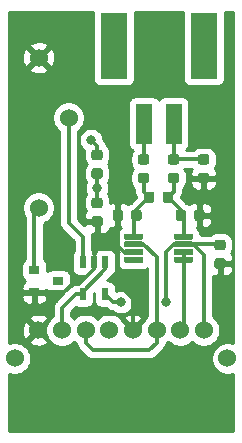
<source format=gbr>
G04 #@! TF.GenerationSoftware,KiCad,Pcbnew,5.1.5-52549c5~84~ubuntu18.04.1*
G04 #@! TF.CreationDate,2020-01-22T16:22:53-05:00*
G04 #@! TF.ProjectId,ATA,4154412e-6b69-4636-9164-5f7063625858,1.0*
G04 #@! TF.SameCoordinates,Original*
G04 #@! TF.FileFunction,Copper,L1,Top*
G04 #@! TF.FilePolarity,Positive*
%FSLAX46Y46*%
G04 Gerber Fmt 4.6, Leading zero omitted, Abs format (unit mm)*
G04 Created by KiCad (PCBNEW 5.1.5-52549c5~84~ubuntu18.04.1) date 2020-01-22 16:22:53*
%MOMM*%
%LPD*%
G04 APERTURE LIST*
%ADD10R,0.900000X0.800000*%
%ADD11C,0.100000*%
%ADD12C,1.524000*%
%ADD13R,1.400000X3.400000*%
%ADD14R,2.300000X5.600000*%
%ADD15R,0.600000X1.050000*%
%ADD16C,0.800000*%
%ADD17C,0.300000*%
%ADD18C,0.254000*%
G04 APERTURE END LIST*
D10*
X140700000Y-95250000D03*
X138700000Y-96200000D03*
X138700000Y-94300000D03*
G04 #@! TA.AperFunction,SMDPad,CuDef*
D11*
G36*
X144295691Y-84120053D02*
G01*
X144316926Y-84123203D01*
X144337750Y-84128419D01*
X144357962Y-84135651D01*
X144377368Y-84144830D01*
X144395781Y-84155866D01*
X144413024Y-84168654D01*
X144428930Y-84183070D01*
X144443346Y-84198976D01*
X144456134Y-84216219D01*
X144467170Y-84234632D01*
X144476349Y-84254038D01*
X144483581Y-84274250D01*
X144488797Y-84295074D01*
X144491947Y-84316309D01*
X144493000Y-84337750D01*
X144493000Y-84775250D01*
X144491947Y-84796691D01*
X144488797Y-84817926D01*
X144483581Y-84838750D01*
X144476349Y-84858962D01*
X144467170Y-84878368D01*
X144456134Y-84896781D01*
X144443346Y-84914024D01*
X144428930Y-84929930D01*
X144413024Y-84944346D01*
X144395781Y-84957134D01*
X144377368Y-84968170D01*
X144357962Y-84977349D01*
X144337750Y-84984581D01*
X144316926Y-84989797D01*
X144295691Y-84992947D01*
X144274250Y-84994000D01*
X143761750Y-84994000D01*
X143740309Y-84992947D01*
X143719074Y-84989797D01*
X143698250Y-84984581D01*
X143678038Y-84977349D01*
X143658632Y-84968170D01*
X143640219Y-84957134D01*
X143622976Y-84944346D01*
X143607070Y-84929930D01*
X143592654Y-84914024D01*
X143579866Y-84896781D01*
X143568830Y-84878368D01*
X143559651Y-84858962D01*
X143552419Y-84838750D01*
X143547203Y-84817926D01*
X143544053Y-84796691D01*
X143543000Y-84775250D01*
X143543000Y-84337750D01*
X143544053Y-84316309D01*
X143547203Y-84295074D01*
X143552419Y-84274250D01*
X143559651Y-84254038D01*
X143568830Y-84234632D01*
X143579866Y-84216219D01*
X143592654Y-84198976D01*
X143607070Y-84183070D01*
X143622976Y-84168654D01*
X143640219Y-84155866D01*
X143658632Y-84144830D01*
X143678038Y-84135651D01*
X143698250Y-84128419D01*
X143719074Y-84123203D01*
X143740309Y-84120053D01*
X143761750Y-84119000D01*
X144274250Y-84119000D01*
X144295691Y-84120053D01*
G37*
G04 #@! TD.AperFunction*
G04 #@! TA.AperFunction,SMDPad,CuDef*
G36*
X144295691Y-85695053D02*
G01*
X144316926Y-85698203D01*
X144337750Y-85703419D01*
X144357962Y-85710651D01*
X144377368Y-85719830D01*
X144395781Y-85730866D01*
X144413024Y-85743654D01*
X144428930Y-85758070D01*
X144443346Y-85773976D01*
X144456134Y-85791219D01*
X144467170Y-85809632D01*
X144476349Y-85829038D01*
X144483581Y-85849250D01*
X144488797Y-85870074D01*
X144491947Y-85891309D01*
X144493000Y-85912750D01*
X144493000Y-86350250D01*
X144491947Y-86371691D01*
X144488797Y-86392926D01*
X144483581Y-86413750D01*
X144476349Y-86433962D01*
X144467170Y-86453368D01*
X144456134Y-86471781D01*
X144443346Y-86489024D01*
X144428930Y-86504930D01*
X144413024Y-86519346D01*
X144395781Y-86532134D01*
X144377368Y-86543170D01*
X144357962Y-86552349D01*
X144337750Y-86559581D01*
X144316926Y-86564797D01*
X144295691Y-86567947D01*
X144274250Y-86569000D01*
X143761750Y-86569000D01*
X143740309Y-86567947D01*
X143719074Y-86564797D01*
X143698250Y-86559581D01*
X143678038Y-86552349D01*
X143658632Y-86543170D01*
X143640219Y-86532134D01*
X143622976Y-86519346D01*
X143607070Y-86504930D01*
X143592654Y-86489024D01*
X143579866Y-86471781D01*
X143568830Y-86453368D01*
X143559651Y-86433962D01*
X143552419Y-86413750D01*
X143547203Y-86392926D01*
X143544053Y-86371691D01*
X143543000Y-86350250D01*
X143543000Y-85912750D01*
X143544053Y-85891309D01*
X143547203Y-85870074D01*
X143552419Y-85849250D01*
X143559651Y-85829038D01*
X143568830Y-85809632D01*
X143579866Y-85791219D01*
X143592654Y-85773976D01*
X143607070Y-85758070D01*
X143622976Y-85743654D01*
X143640219Y-85730866D01*
X143658632Y-85719830D01*
X143678038Y-85710651D01*
X143698250Y-85703419D01*
X143719074Y-85698203D01*
X143740309Y-85695053D01*
X143761750Y-85694000D01*
X144274250Y-85694000D01*
X144295691Y-85695053D01*
G37*
G04 #@! TD.AperFunction*
G04 #@! TA.AperFunction,SMDPad,CuDef*
G36*
X153312691Y-86076053D02*
G01*
X153333926Y-86079203D01*
X153354750Y-86084419D01*
X153374962Y-86091651D01*
X153394368Y-86100830D01*
X153412781Y-86111866D01*
X153430024Y-86124654D01*
X153445930Y-86139070D01*
X153460346Y-86154976D01*
X153473134Y-86172219D01*
X153484170Y-86190632D01*
X153493349Y-86210038D01*
X153500581Y-86230250D01*
X153505797Y-86251074D01*
X153508947Y-86272309D01*
X153510000Y-86293750D01*
X153510000Y-86731250D01*
X153508947Y-86752691D01*
X153505797Y-86773926D01*
X153500581Y-86794750D01*
X153493349Y-86814962D01*
X153484170Y-86834368D01*
X153473134Y-86852781D01*
X153460346Y-86870024D01*
X153445930Y-86885930D01*
X153430024Y-86900346D01*
X153412781Y-86913134D01*
X153394368Y-86924170D01*
X153374962Y-86933349D01*
X153354750Y-86940581D01*
X153333926Y-86945797D01*
X153312691Y-86948947D01*
X153291250Y-86950000D01*
X152778750Y-86950000D01*
X152757309Y-86948947D01*
X152736074Y-86945797D01*
X152715250Y-86940581D01*
X152695038Y-86933349D01*
X152675632Y-86924170D01*
X152657219Y-86913134D01*
X152639976Y-86900346D01*
X152624070Y-86885930D01*
X152609654Y-86870024D01*
X152596866Y-86852781D01*
X152585830Y-86834368D01*
X152576651Y-86814962D01*
X152569419Y-86794750D01*
X152564203Y-86773926D01*
X152561053Y-86752691D01*
X152560000Y-86731250D01*
X152560000Y-86293750D01*
X152561053Y-86272309D01*
X152564203Y-86251074D01*
X152569419Y-86230250D01*
X152576651Y-86210038D01*
X152585830Y-86190632D01*
X152596866Y-86172219D01*
X152609654Y-86154976D01*
X152624070Y-86139070D01*
X152639976Y-86124654D01*
X152657219Y-86111866D01*
X152675632Y-86100830D01*
X152695038Y-86091651D01*
X152715250Y-86084419D01*
X152736074Y-86079203D01*
X152757309Y-86076053D01*
X152778750Y-86075000D01*
X153291250Y-86075000D01*
X153312691Y-86076053D01*
G37*
G04 #@! TD.AperFunction*
G04 #@! TA.AperFunction,SMDPad,CuDef*
G36*
X153312691Y-84501053D02*
G01*
X153333926Y-84504203D01*
X153354750Y-84509419D01*
X153374962Y-84516651D01*
X153394368Y-84525830D01*
X153412781Y-84536866D01*
X153430024Y-84549654D01*
X153445930Y-84564070D01*
X153460346Y-84579976D01*
X153473134Y-84597219D01*
X153484170Y-84615632D01*
X153493349Y-84635038D01*
X153500581Y-84655250D01*
X153505797Y-84676074D01*
X153508947Y-84697309D01*
X153510000Y-84718750D01*
X153510000Y-85156250D01*
X153508947Y-85177691D01*
X153505797Y-85198926D01*
X153500581Y-85219750D01*
X153493349Y-85239962D01*
X153484170Y-85259368D01*
X153473134Y-85277781D01*
X153460346Y-85295024D01*
X153445930Y-85310930D01*
X153430024Y-85325346D01*
X153412781Y-85338134D01*
X153394368Y-85349170D01*
X153374962Y-85358349D01*
X153354750Y-85365581D01*
X153333926Y-85370797D01*
X153312691Y-85373947D01*
X153291250Y-85375000D01*
X152778750Y-85375000D01*
X152757309Y-85373947D01*
X152736074Y-85370797D01*
X152715250Y-85365581D01*
X152695038Y-85358349D01*
X152675632Y-85349170D01*
X152657219Y-85338134D01*
X152639976Y-85325346D01*
X152624070Y-85310930D01*
X152609654Y-85295024D01*
X152596866Y-85277781D01*
X152585830Y-85259368D01*
X152576651Y-85239962D01*
X152569419Y-85219750D01*
X152564203Y-85198926D01*
X152561053Y-85177691D01*
X152560000Y-85156250D01*
X152560000Y-84718750D01*
X152561053Y-84697309D01*
X152564203Y-84676074D01*
X152569419Y-84655250D01*
X152576651Y-84635038D01*
X152585830Y-84615632D01*
X152596866Y-84597219D01*
X152609654Y-84579976D01*
X152624070Y-84564070D01*
X152639976Y-84549654D01*
X152657219Y-84536866D01*
X152675632Y-84525830D01*
X152695038Y-84516651D01*
X152715250Y-84509419D01*
X152736074Y-84504203D01*
X152757309Y-84501053D01*
X152778750Y-84500000D01*
X153291250Y-84500000D01*
X153312691Y-84501053D01*
G37*
G04 #@! TD.AperFunction*
G04 #@! TA.AperFunction,SMDPad,CuDef*
G36*
X154709691Y-93315053D02*
G01*
X154730926Y-93318203D01*
X154751750Y-93323419D01*
X154771962Y-93330651D01*
X154791368Y-93339830D01*
X154809781Y-93350866D01*
X154827024Y-93363654D01*
X154842930Y-93378070D01*
X154857346Y-93393976D01*
X154870134Y-93411219D01*
X154881170Y-93429632D01*
X154890349Y-93449038D01*
X154897581Y-93469250D01*
X154902797Y-93490074D01*
X154905947Y-93511309D01*
X154907000Y-93532750D01*
X154907000Y-93970250D01*
X154905947Y-93991691D01*
X154902797Y-94012926D01*
X154897581Y-94033750D01*
X154890349Y-94053962D01*
X154881170Y-94073368D01*
X154870134Y-94091781D01*
X154857346Y-94109024D01*
X154842930Y-94124930D01*
X154827024Y-94139346D01*
X154809781Y-94152134D01*
X154791368Y-94163170D01*
X154771962Y-94172349D01*
X154751750Y-94179581D01*
X154730926Y-94184797D01*
X154709691Y-94187947D01*
X154688250Y-94189000D01*
X154175750Y-94189000D01*
X154154309Y-94187947D01*
X154133074Y-94184797D01*
X154112250Y-94179581D01*
X154092038Y-94172349D01*
X154072632Y-94163170D01*
X154054219Y-94152134D01*
X154036976Y-94139346D01*
X154021070Y-94124930D01*
X154006654Y-94109024D01*
X153993866Y-94091781D01*
X153982830Y-94073368D01*
X153973651Y-94053962D01*
X153966419Y-94033750D01*
X153961203Y-94012926D01*
X153958053Y-93991691D01*
X153957000Y-93970250D01*
X153957000Y-93532750D01*
X153958053Y-93511309D01*
X153961203Y-93490074D01*
X153966419Y-93469250D01*
X153973651Y-93449038D01*
X153982830Y-93429632D01*
X153993866Y-93411219D01*
X154006654Y-93393976D01*
X154021070Y-93378070D01*
X154036976Y-93363654D01*
X154054219Y-93350866D01*
X154072632Y-93339830D01*
X154092038Y-93330651D01*
X154112250Y-93323419D01*
X154133074Y-93318203D01*
X154154309Y-93315053D01*
X154175750Y-93314000D01*
X154688250Y-93314000D01*
X154709691Y-93315053D01*
G37*
G04 #@! TD.AperFunction*
G04 #@! TA.AperFunction,SMDPad,CuDef*
G36*
X154709691Y-91740053D02*
G01*
X154730926Y-91743203D01*
X154751750Y-91748419D01*
X154771962Y-91755651D01*
X154791368Y-91764830D01*
X154809781Y-91775866D01*
X154827024Y-91788654D01*
X154842930Y-91803070D01*
X154857346Y-91818976D01*
X154870134Y-91836219D01*
X154881170Y-91854632D01*
X154890349Y-91874038D01*
X154897581Y-91894250D01*
X154902797Y-91915074D01*
X154905947Y-91936309D01*
X154907000Y-91957750D01*
X154907000Y-92395250D01*
X154905947Y-92416691D01*
X154902797Y-92437926D01*
X154897581Y-92458750D01*
X154890349Y-92478962D01*
X154881170Y-92498368D01*
X154870134Y-92516781D01*
X154857346Y-92534024D01*
X154842930Y-92549930D01*
X154827024Y-92564346D01*
X154809781Y-92577134D01*
X154791368Y-92588170D01*
X154771962Y-92597349D01*
X154751750Y-92604581D01*
X154730926Y-92609797D01*
X154709691Y-92612947D01*
X154688250Y-92614000D01*
X154175750Y-92614000D01*
X154154309Y-92612947D01*
X154133074Y-92609797D01*
X154112250Y-92604581D01*
X154092038Y-92597349D01*
X154072632Y-92588170D01*
X154054219Y-92577134D01*
X154036976Y-92564346D01*
X154021070Y-92549930D01*
X154006654Y-92534024D01*
X153993866Y-92516781D01*
X153982830Y-92498368D01*
X153973651Y-92478962D01*
X153966419Y-92458750D01*
X153961203Y-92437926D01*
X153958053Y-92416691D01*
X153957000Y-92395250D01*
X153957000Y-91957750D01*
X153958053Y-91936309D01*
X153961203Y-91915074D01*
X153966419Y-91894250D01*
X153973651Y-91874038D01*
X153982830Y-91854632D01*
X153993866Y-91836219D01*
X154006654Y-91818976D01*
X154021070Y-91803070D01*
X154036976Y-91788654D01*
X154054219Y-91775866D01*
X154072632Y-91764830D01*
X154092038Y-91755651D01*
X154112250Y-91748419D01*
X154133074Y-91743203D01*
X154154309Y-91740053D01*
X154175750Y-91739000D01*
X154688250Y-91739000D01*
X154709691Y-91740053D01*
G37*
G04 #@! TD.AperFunction*
G04 #@! TA.AperFunction,SMDPad,CuDef*
G36*
X144295691Y-89759053D02*
G01*
X144316926Y-89762203D01*
X144337750Y-89767419D01*
X144357962Y-89774651D01*
X144377368Y-89783830D01*
X144395781Y-89794866D01*
X144413024Y-89807654D01*
X144428930Y-89822070D01*
X144443346Y-89837976D01*
X144456134Y-89855219D01*
X144467170Y-89873632D01*
X144476349Y-89893038D01*
X144483581Y-89913250D01*
X144488797Y-89934074D01*
X144491947Y-89955309D01*
X144493000Y-89976750D01*
X144493000Y-90414250D01*
X144491947Y-90435691D01*
X144488797Y-90456926D01*
X144483581Y-90477750D01*
X144476349Y-90497962D01*
X144467170Y-90517368D01*
X144456134Y-90535781D01*
X144443346Y-90553024D01*
X144428930Y-90568930D01*
X144413024Y-90583346D01*
X144395781Y-90596134D01*
X144377368Y-90607170D01*
X144357962Y-90616349D01*
X144337750Y-90623581D01*
X144316926Y-90628797D01*
X144295691Y-90631947D01*
X144274250Y-90633000D01*
X143761750Y-90633000D01*
X143740309Y-90631947D01*
X143719074Y-90628797D01*
X143698250Y-90623581D01*
X143678038Y-90616349D01*
X143658632Y-90607170D01*
X143640219Y-90596134D01*
X143622976Y-90583346D01*
X143607070Y-90568930D01*
X143592654Y-90553024D01*
X143579866Y-90535781D01*
X143568830Y-90517368D01*
X143559651Y-90497962D01*
X143552419Y-90477750D01*
X143547203Y-90456926D01*
X143544053Y-90435691D01*
X143543000Y-90414250D01*
X143543000Y-89976750D01*
X143544053Y-89955309D01*
X143547203Y-89934074D01*
X143552419Y-89913250D01*
X143559651Y-89893038D01*
X143568830Y-89873632D01*
X143579866Y-89855219D01*
X143592654Y-89837976D01*
X143607070Y-89822070D01*
X143622976Y-89807654D01*
X143640219Y-89794866D01*
X143658632Y-89783830D01*
X143678038Y-89774651D01*
X143698250Y-89767419D01*
X143719074Y-89762203D01*
X143740309Y-89759053D01*
X143761750Y-89758000D01*
X144274250Y-89758000D01*
X144295691Y-89759053D01*
G37*
G04 #@! TD.AperFunction*
G04 #@! TA.AperFunction,SMDPad,CuDef*
G36*
X144295691Y-88184053D02*
G01*
X144316926Y-88187203D01*
X144337750Y-88192419D01*
X144357962Y-88199651D01*
X144377368Y-88208830D01*
X144395781Y-88219866D01*
X144413024Y-88232654D01*
X144428930Y-88247070D01*
X144443346Y-88262976D01*
X144456134Y-88280219D01*
X144467170Y-88298632D01*
X144476349Y-88318038D01*
X144483581Y-88338250D01*
X144488797Y-88359074D01*
X144491947Y-88380309D01*
X144493000Y-88401750D01*
X144493000Y-88839250D01*
X144491947Y-88860691D01*
X144488797Y-88881926D01*
X144483581Y-88902750D01*
X144476349Y-88922962D01*
X144467170Y-88942368D01*
X144456134Y-88960781D01*
X144443346Y-88978024D01*
X144428930Y-88993930D01*
X144413024Y-89008346D01*
X144395781Y-89021134D01*
X144377368Y-89032170D01*
X144357962Y-89041349D01*
X144337750Y-89048581D01*
X144316926Y-89053797D01*
X144295691Y-89056947D01*
X144274250Y-89058000D01*
X143761750Y-89058000D01*
X143740309Y-89056947D01*
X143719074Y-89053797D01*
X143698250Y-89048581D01*
X143678038Y-89041349D01*
X143658632Y-89032170D01*
X143640219Y-89021134D01*
X143622976Y-89008346D01*
X143607070Y-88993930D01*
X143592654Y-88978024D01*
X143579866Y-88960781D01*
X143568830Y-88942368D01*
X143559651Y-88922962D01*
X143552419Y-88902750D01*
X143547203Y-88881926D01*
X143544053Y-88860691D01*
X143543000Y-88839250D01*
X143543000Y-88401750D01*
X143544053Y-88380309D01*
X143547203Y-88359074D01*
X143552419Y-88338250D01*
X143559651Y-88318038D01*
X143568830Y-88298632D01*
X143579866Y-88280219D01*
X143592654Y-88262976D01*
X143607070Y-88247070D01*
X143622976Y-88232654D01*
X143640219Y-88219866D01*
X143658632Y-88208830D01*
X143678038Y-88199651D01*
X143698250Y-88192419D01*
X143719074Y-88187203D01*
X143740309Y-88184053D01*
X143761750Y-88183000D01*
X144274250Y-88183000D01*
X144295691Y-88184053D01*
G37*
G04 #@! TD.AperFunction*
D12*
X155050000Y-101785000D03*
X137050000Y-101785000D03*
X153050000Y-99385000D03*
X139050000Y-99385000D03*
X151050000Y-99385000D03*
X141050000Y-99385000D03*
X149050000Y-99385000D03*
X143050000Y-99385000D03*
X147050000Y-99385000D03*
X145050000Y-99385000D03*
D13*
X150495000Y-81915000D03*
X147995000Y-81915000D03*
D14*
X153045000Y-75315000D03*
X145445000Y-75315000D03*
G04 #@! TA.AperFunction,SMDPad,CuDef*
D11*
G36*
X147585691Y-89188053D02*
G01*
X147606926Y-89191203D01*
X147627750Y-89196419D01*
X147647962Y-89203651D01*
X147667368Y-89212830D01*
X147685781Y-89223866D01*
X147703024Y-89236654D01*
X147718930Y-89251070D01*
X147733346Y-89266976D01*
X147746134Y-89284219D01*
X147757170Y-89302632D01*
X147766349Y-89322038D01*
X147773581Y-89342250D01*
X147778797Y-89363074D01*
X147781947Y-89384309D01*
X147783000Y-89405750D01*
X147783000Y-89918250D01*
X147781947Y-89939691D01*
X147778797Y-89960926D01*
X147773581Y-89981750D01*
X147766349Y-90001962D01*
X147757170Y-90021368D01*
X147746134Y-90039781D01*
X147733346Y-90057024D01*
X147718930Y-90072930D01*
X147703024Y-90087346D01*
X147685781Y-90100134D01*
X147667368Y-90111170D01*
X147647962Y-90120349D01*
X147627750Y-90127581D01*
X147606926Y-90132797D01*
X147585691Y-90135947D01*
X147564250Y-90137000D01*
X147126750Y-90137000D01*
X147105309Y-90135947D01*
X147084074Y-90132797D01*
X147063250Y-90127581D01*
X147043038Y-90120349D01*
X147023632Y-90111170D01*
X147005219Y-90100134D01*
X146987976Y-90087346D01*
X146972070Y-90072930D01*
X146957654Y-90057024D01*
X146944866Y-90039781D01*
X146933830Y-90021368D01*
X146924651Y-90001962D01*
X146917419Y-89981750D01*
X146912203Y-89960926D01*
X146909053Y-89939691D01*
X146908000Y-89918250D01*
X146908000Y-89405750D01*
X146909053Y-89384309D01*
X146912203Y-89363074D01*
X146917419Y-89342250D01*
X146924651Y-89322038D01*
X146933830Y-89302632D01*
X146944866Y-89284219D01*
X146957654Y-89266976D01*
X146972070Y-89251070D01*
X146987976Y-89236654D01*
X147005219Y-89223866D01*
X147023632Y-89212830D01*
X147043038Y-89203651D01*
X147063250Y-89196419D01*
X147084074Y-89191203D01*
X147105309Y-89188053D01*
X147126750Y-89187000D01*
X147564250Y-89187000D01*
X147585691Y-89188053D01*
G37*
G04 #@! TD.AperFunction*
G04 #@! TA.AperFunction,SMDPad,CuDef*
G36*
X146010691Y-89188053D02*
G01*
X146031926Y-89191203D01*
X146052750Y-89196419D01*
X146072962Y-89203651D01*
X146092368Y-89212830D01*
X146110781Y-89223866D01*
X146128024Y-89236654D01*
X146143930Y-89251070D01*
X146158346Y-89266976D01*
X146171134Y-89284219D01*
X146182170Y-89302632D01*
X146191349Y-89322038D01*
X146198581Y-89342250D01*
X146203797Y-89363074D01*
X146206947Y-89384309D01*
X146208000Y-89405750D01*
X146208000Y-89918250D01*
X146206947Y-89939691D01*
X146203797Y-89960926D01*
X146198581Y-89981750D01*
X146191349Y-90001962D01*
X146182170Y-90021368D01*
X146171134Y-90039781D01*
X146158346Y-90057024D01*
X146143930Y-90072930D01*
X146128024Y-90087346D01*
X146110781Y-90100134D01*
X146092368Y-90111170D01*
X146072962Y-90120349D01*
X146052750Y-90127581D01*
X146031926Y-90132797D01*
X146010691Y-90135947D01*
X145989250Y-90137000D01*
X145551750Y-90137000D01*
X145530309Y-90135947D01*
X145509074Y-90132797D01*
X145488250Y-90127581D01*
X145468038Y-90120349D01*
X145448632Y-90111170D01*
X145430219Y-90100134D01*
X145412976Y-90087346D01*
X145397070Y-90072930D01*
X145382654Y-90057024D01*
X145369866Y-90039781D01*
X145358830Y-90021368D01*
X145349651Y-90001962D01*
X145342419Y-89981750D01*
X145337203Y-89960926D01*
X145334053Y-89939691D01*
X145333000Y-89918250D01*
X145333000Y-89405750D01*
X145334053Y-89384309D01*
X145337203Y-89363074D01*
X145342419Y-89342250D01*
X145349651Y-89322038D01*
X145358830Y-89302632D01*
X145369866Y-89284219D01*
X145382654Y-89266976D01*
X145397070Y-89251070D01*
X145412976Y-89236654D01*
X145430219Y-89223866D01*
X145448632Y-89212830D01*
X145468038Y-89203651D01*
X145488250Y-89196419D01*
X145509074Y-89191203D01*
X145530309Y-89188053D01*
X145551750Y-89187000D01*
X145989250Y-89187000D01*
X146010691Y-89188053D01*
G37*
G04 #@! TD.AperFunction*
G04 #@! TA.AperFunction,SMDPad,CuDef*
G36*
X148677691Y-87664053D02*
G01*
X148698926Y-87667203D01*
X148719750Y-87672419D01*
X148739962Y-87679651D01*
X148759368Y-87688830D01*
X148777781Y-87699866D01*
X148795024Y-87712654D01*
X148810930Y-87727070D01*
X148825346Y-87742976D01*
X148838134Y-87760219D01*
X148849170Y-87778632D01*
X148858349Y-87798038D01*
X148865581Y-87818250D01*
X148870797Y-87839074D01*
X148873947Y-87860309D01*
X148875000Y-87881750D01*
X148875000Y-88394250D01*
X148873947Y-88415691D01*
X148870797Y-88436926D01*
X148865581Y-88457750D01*
X148858349Y-88477962D01*
X148849170Y-88497368D01*
X148838134Y-88515781D01*
X148825346Y-88533024D01*
X148810930Y-88548930D01*
X148795024Y-88563346D01*
X148777781Y-88576134D01*
X148759368Y-88587170D01*
X148739962Y-88596349D01*
X148719750Y-88603581D01*
X148698926Y-88608797D01*
X148677691Y-88611947D01*
X148656250Y-88613000D01*
X148218750Y-88613000D01*
X148197309Y-88611947D01*
X148176074Y-88608797D01*
X148155250Y-88603581D01*
X148135038Y-88596349D01*
X148115632Y-88587170D01*
X148097219Y-88576134D01*
X148079976Y-88563346D01*
X148064070Y-88548930D01*
X148049654Y-88533024D01*
X148036866Y-88515781D01*
X148025830Y-88497368D01*
X148016651Y-88477962D01*
X148009419Y-88457750D01*
X148004203Y-88436926D01*
X148001053Y-88415691D01*
X148000000Y-88394250D01*
X148000000Y-87881750D01*
X148001053Y-87860309D01*
X148004203Y-87839074D01*
X148009419Y-87818250D01*
X148016651Y-87798038D01*
X148025830Y-87778632D01*
X148036866Y-87760219D01*
X148049654Y-87742976D01*
X148064070Y-87727070D01*
X148079976Y-87712654D01*
X148097219Y-87699866D01*
X148115632Y-87688830D01*
X148135038Y-87679651D01*
X148155250Y-87672419D01*
X148176074Y-87667203D01*
X148197309Y-87664053D01*
X148218750Y-87663000D01*
X148656250Y-87663000D01*
X148677691Y-87664053D01*
G37*
G04 #@! TD.AperFunction*
G04 #@! TA.AperFunction,SMDPad,CuDef*
G36*
X150252691Y-87664053D02*
G01*
X150273926Y-87667203D01*
X150294750Y-87672419D01*
X150314962Y-87679651D01*
X150334368Y-87688830D01*
X150352781Y-87699866D01*
X150370024Y-87712654D01*
X150385930Y-87727070D01*
X150400346Y-87742976D01*
X150413134Y-87760219D01*
X150424170Y-87778632D01*
X150433349Y-87798038D01*
X150440581Y-87818250D01*
X150445797Y-87839074D01*
X150448947Y-87860309D01*
X150450000Y-87881750D01*
X150450000Y-88394250D01*
X150448947Y-88415691D01*
X150445797Y-88436926D01*
X150440581Y-88457750D01*
X150433349Y-88477962D01*
X150424170Y-88497368D01*
X150413134Y-88515781D01*
X150400346Y-88533024D01*
X150385930Y-88548930D01*
X150370024Y-88563346D01*
X150352781Y-88576134D01*
X150334368Y-88587170D01*
X150314962Y-88596349D01*
X150294750Y-88603581D01*
X150273926Y-88608797D01*
X150252691Y-88611947D01*
X150231250Y-88613000D01*
X149793750Y-88613000D01*
X149772309Y-88611947D01*
X149751074Y-88608797D01*
X149730250Y-88603581D01*
X149710038Y-88596349D01*
X149690632Y-88587170D01*
X149672219Y-88576134D01*
X149654976Y-88563346D01*
X149639070Y-88548930D01*
X149624654Y-88533024D01*
X149611866Y-88515781D01*
X149600830Y-88497368D01*
X149591651Y-88477962D01*
X149584419Y-88457750D01*
X149579203Y-88436926D01*
X149576053Y-88415691D01*
X149575000Y-88394250D01*
X149575000Y-87881750D01*
X149576053Y-87860309D01*
X149579203Y-87839074D01*
X149584419Y-87818250D01*
X149591651Y-87798038D01*
X149600830Y-87778632D01*
X149611866Y-87760219D01*
X149624654Y-87742976D01*
X149639070Y-87727070D01*
X149654976Y-87712654D01*
X149672219Y-87699866D01*
X149690632Y-87688830D01*
X149710038Y-87679651D01*
X149730250Y-87672419D01*
X149751074Y-87667203D01*
X149772309Y-87664053D01*
X149793750Y-87663000D01*
X150231250Y-87663000D01*
X150252691Y-87664053D01*
G37*
G04 #@! TD.AperFunction*
G04 #@! TA.AperFunction,SMDPad,CuDef*
G36*
X152919691Y-89188053D02*
G01*
X152940926Y-89191203D01*
X152961750Y-89196419D01*
X152981962Y-89203651D01*
X153001368Y-89212830D01*
X153019781Y-89223866D01*
X153037024Y-89236654D01*
X153052930Y-89251070D01*
X153067346Y-89266976D01*
X153080134Y-89284219D01*
X153091170Y-89302632D01*
X153100349Y-89322038D01*
X153107581Y-89342250D01*
X153112797Y-89363074D01*
X153115947Y-89384309D01*
X153117000Y-89405750D01*
X153117000Y-89918250D01*
X153115947Y-89939691D01*
X153112797Y-89960926D01*
X153107581Y-89981750D01*
X153100349Y-90001962D01*
X153091170Y-90021368D01*
X153080134Y-90039781D01*
X153067346Y-90057024D01*
X153052930Y-90072930D01*
X153037024Y-90087346D01*
X153019781Y-90100134D01*
X153001368Y-90111170D01*
X152981962Y-90120349D01*
X152961750Y-90127581D01*
X152940926Y-90132797D01*
X152919691Y-90135947D01*
X152898250Y-90137000D01*
X152460750Y-90137000D01*
X152439309Y-90135947D01*
X152418074Y-90132797D01*
X152397250Y-90127581D01*
X152377038Y-90120349D01*
X152357632Y-90111170D01*
X152339219Y-90100134D01*
X152321976Y-90087346D01*
X152306070Y-90072930D01*
X152291654Y-90057024D01*
X152278866Y-90039781D01*
X152267830Y-90021368D01*
X152258651Y-90001962D01*
X152251419Y-89981750D01*
X152246203Y-89960926D01*
X152243053Y-89939691D01*
X152242000Y-89918250D01*
X152242000Y-89405750D01*
X152243053Y-89384309D01*
X152246203Y-89363074D01*
X152251419Y-89342250D01*
X152258651Y-89322038D01*
X152267830Y-89302632D01*
X152278866Y-89284219D01*
X152291654Y-89266976D01*
X152306070Y-89251070D01*
X152321976Y-89236654D01*
X152339219Y-89223866D01*
X152357632Y-89212830D01*
X152377038Y-89203651D01*
X152397250Y-89196419D01*
X152418074Y-89191203D01*
X152439309Y-89188053D01*
X152460750Y-89187000D01*
X152898250Y-89187000D01*
X152919691Y-89188053D01*
G37*
G04 #@! TD.AperFunction*
G04 #@! TA.AperFunction,SMDPad,CuDef*
G36*
X151344691Y-89188053D02*
G01*
X151365926Y-89191203D01*
X151386750Y-89196419D01*
X151406962Y-89203651D01*
X151426368Y-89212830D01*
X151444781Y-89223866D01*
X151462024Y-89236654D01*
X151477930Y-89251070D01*
X151492346Y-89266976D01*
X151505134Y-89284219D01*
X151516170Y-89302632D01*
X151525349Y-89322038D01*
X151532581Y-89342250D01*
X151537797Y-89363074D01*
X151540947Y-89384309D01*
X151542000Y-89405750D01*
X151542000Y-89918250D01*
X151540947Y-89939691D01*
X151537797Y-89960926D01*
X151532581Y-89981750D01*
X151525349Y-90001962D01*
X151516170Y-90021368D01*
X151505134Y-90039781D01*
X151492346Y-90057024D01*
X151477930Y-90072930D01*
X151462024Y-90087346D01*
X151444781Y-90100134D01*
X151426368Y-90111170D01*
X151406962Y-90120349D01*
X151386750Y-90127581D01*
X151365926Y-90132797D01*
X151344691Y-90135947D01*
X151323250Y-90137000D01*
X150885750Y-90137000D01*
X150864309Y-90135947D01*
X150843074Y-90132797D01*
X150822250Y-90127581D01*
X150802038Y-90120349D01*
X150782632Y-90111170D01*
X150764219Y-90100134D01*
X150746976Y-90087346D01*
X150731070Y-90072930D01*
X150716654Y-90057024D01*
X150703866Y-90039781D01*
X150692830Y-90021368D01*
X150683651Y-90001962D01*
X150676419Y-89981750D01*
X150671203Y-89960926D01*
X150668053Y-89939691D01*
X150667000Y-89918250D01*
X150667000Y-89405750D01*
X150668053Y-89384309D01*
X150671203Y-89363074D01*
X150676419Y-89342250D01*
X150683651Y-89322038D01*
X150692830Y-89302632D01*
X150703866Y-89284219D01*
X150716654Y-89266976D01*
X150731070Y-89251070D01*
X150746976Y-89236654D01*
X150764219Y-89223866D01*
X150782632Y-89212830D01*
X150802038Y-89203651D01*
X150822250Y-89196419D01*
X150843074Y-89191203D01*
X150864309Y-89188053D01*
X150885750Y-89187000D01*
X151323250Y-89187000D01*
X151344691Y-89188053D01*
G37*
G04 #@! TD.AperFunction*
G04 #@! TA.AperFunction,SMDPad,CuDef*
G36*
X148232691Y-86076053D02*
G01*
X148253926Y-86079203D01*
X148274750Y-86084419D01*
X148294962Y-86091651D01*
X148314368Y-86100830D01*
X148332781Y-86111866D01*
X148350024Y-86124654D01*
X148365930Y-86139070D01*
X148380346Y-86154976D01*
X148393134Y-86172219D01*
X148404170Y-86190632D01*
X148413349Y-86210038D01*
X148420581Y-86230250D01*
X148425797Y-86251074D01*
X148428947Y-86272309D01*
X148430000Y-86293750D01*
X148430000Y-86731250D01*
X148428947Y-86752691D01*
X148425797Y-86773926D01*
X148420581Y-86794750D01*
X148413349Y-86814962D01*
X148404170Y-86834368D01*
X148393134Y-86852781D01*
X148380346Y-86870024D01*
X148365930Y-86885930D01*
X148350024Y-86900346D01*
X148332781Y-86913134D01*
X148314368Y-86924170D01*
X148294962Y-86933349D01*
X148274750Y-86940581D01*
X148253926Y-86945797D01*
X148232691Y-86948947D01*
X148211250Y-86950000D01*
X147698750Y-86950000D01*
X147677309Y-86948947D01*
X147656074Y-86945797D01*
X147635250Y-86940581D01*
X147615038Y-86933349D01*
X147595632Y-86924170D01*
X147577219Y-86913134D01*
X147559976Y-86900346D01*
X147544070Y-86885930D01*
X147529654Y-86870024D01*
X147516866Y-86852781D01*
X147505830Y-86834368D01*
X147496651Y-86814962D01*
X147489419Y-86794750D01*
X147484203Y-86773926D01*
X147481053Y-86752691D01*
X147480000Y-86731250D01*
X147480000Y-86293750D01*
X147481053Y-86272309D01*
X147484203Y-86251074D01*
X147489419Y-86230250D01*
X147496651Y-86210038D01*
X147505830Y-86190632D01*
X147516866Y-86172219D01*
X147529654Y-86154976D01*
X147544070Y-86139070D01*
X147559976Y-86124654D01*
X147577219Y-86111866D01*
X147595632Y-86100830D01*
X147615038Y-86091651D01*
X147635250Y-86084419D01*
X147656074Y-86079203D01*
X147677309Y-86076053D01*
X147698750Y-86075000D01*
X148211250Y-86075000D01*
X148232691Y-86076053D01*
G37*
G04 #@! TD.AperFunction*
G04 #@! TA.AperFunction,SMDPad,CuDef*
G36*
X148232691Y-84501053D02*
G01*
X148253926Y-84504203D01*
X148274750Y-84509419D01*
X148294962Y-84516651D01*
X148314368Y-84525830D01*
X148332781Y-84536866D01*
X148350024Y-84549654D01*
X148365930Y-84564070D01*
X148380346Y-84579976D01*
X148393134Y-84597219D01*
X148404170Y-84615632D01*
X148413349Y-84635038D01*
X148420581Y-84655250D01*
X148425797Y-84676074D01*
X148428947Y-84697309D01*
X148430000Y-84718750D01*
X148430000Y-85156250D01*
X148428947Y-85177691D01*
X148425797Y-85198926D01*
X148420581Y-85219750D01*
X148413349Y-85239962D01*
X148404170Y-85259368D01*
X148393134Y-85277781D01*
X148380346Y-85295024D01*
X148365930Y-85310930D01*
X148350024Y-85325346D01*
X148332781Y-85338134D01*
X148314368Y-85349170D01*
X148294962Y-85358349D01*
X148274750Y-85365581D01*
X148253926Y-85370797D01*
X148232691Y-85373947D01*
X148211250Y-85375000D01*
X147698750Y-85375000D01*
X147677309Y-85373947D01*
X147656074Y-85370797D01*
X147635250Y-85365581D01*
X147615038Y-85358349D01*
X147595632Y-85349170D01*
X147577219Y-85338134D01*
X147559976Y-85325346D01*
X147544070Y-85310930D01*
X147529654Y-85295024D01*
X147516866Y-85277781D01*
X147505830Y-85259368D01*
X147496651Y-85239962D01*
X147489419Y-85219750D01*
X147484203Y-85198926D01*
X147481053Y-85177691D01*
X147480000Y-85156250D01*
X147480000Y-84718750D01*
X147481053Y-84697309D01*
X147484203Y-84676074D01*
X147489419Y-84655250D01*
X147496651Y-84635038D01*
X147505830Y-84615632D01*
X147516866Y-84597219D01*
X147529654Y-84579976D01*
X147544070Y-84564070D01*
X147559976Y-84549654D01*
X147577219Y-84536866D01*
X147595632Y-84525830D01*
X147615038Y-84516651D01*
X147635250Y-84509419D01*
X147656074Y-84504203D01*
X147677309Y-84501053D01*
X147698750Y-84500000D01*
X148211250Y-84500000D01*
X148232691Y-84501053D01*
G37*
G04 #@! TD.AperFunction*
G04 #@! TA.AperFunction,SMDPad,CuDef*
G36*
X150772691Y-84501053D02*
G01*
X150793926Y-84504203D01*
X150814750Y-84509419D01*
X150834962Y-84516651D01*
X150854368Y-84525830D01*
X150872781Y-84536866D01*
X150890024Y-84549654D01*
X150905930Y-84564070D01*
X150920346Y-84579976D01*
X150933134Y-84597219D01*
X150944170Y-84615632D01*
X150953349Y-84635038D01*
X150960581Y-84655250D01*
X150965797Y-84676074D01*
X150968947Y-84697309D01*
X150970000Y-84718750D01*
X150970000Y-85156250D01*
X150968947Y-85177691D01*
X150965797Y-85198926D01*
X150960581Y-85219750D01*
X150953349Y-85239962D01*
X150944170Y-85259368D01*
X150933134Y-85277781D01*
X150920346Y-85295024D01*
X150905930Y-85310930D01*
X150890024Y-85325346D01*
X150872781Y-85338134D01*
X150854368Y-85349170D01*
X150834962Y-85358349D01*
X150814750Y-85365581D01*
X150793926Y-85370797D01*
X150772691Y-85373947D01*
X150751250Y-85375000D01*
X150238750Y-85375000D01*
X150217309Y-85373947D01*
X150196074Y-85370797D01*
X150175250Y-85365581D01*
X150155038Y-85358349D01*
X150135632Y-85349170D01*
X150117219Y-85338134D01*
X150099976Y-85325346D01*
X150084070Y-85310930D01*
X150069654Y-85295024D01*
X150056866Y-85277781D01*
X150045830Y-85259368D01*
X150036651Y-85239962D01*
X150029419Y-85219750D01*
X150024203Y-85198926D01*
X150021053Y-85177691D01*
X150020000Y-85156250D01*
X150020000Y-84718750D01*
X150021053Y-84697309D01*
X150024203Y-84676074D01*
X150029419Y-84655250D01*
X150036651Y-84635038D01*
X150045830Y-84615632D01*
X150056866Y-84597219D01*
X150069654Y-84579976D01*
X150084070Y-84564070D01*
X150099976Y-84549654D01*
X150117219Y-84536866D01*
X150135632Y-84525830D01*
X150155038Y-84516651D01*
X150175250Y-84509419D01*
X150196074Y-84504203D01*
X150217309Y-84501053D01*
X150238750Y-84500000D01*
X150751250Y-84500000D01*
X150772691Y-84501053D01*
G37*
G04 #@! TD.AperFunction*
G04 #@! TA.AperFunction,SMDPad,CuDef*
G36*
X150772691Y-86076053D02*
G01*
X150793926Y-86079203D01*
X150814750Y-86084419D01*
X150834962Y-86091651D01*
X150854368Y-86100830D01*
X150872781Y-86111866D01*
X150890024Y-86124654D01*
X150905930Y-86139070D01*
X150920346Y-86154976D01*
X150933134Y-86172219D01*
X150944170Y-86190632D01*
X150953349Y-86210038D01*
X150960581Y-86230250D01*
X150965797Y-86251074D01*
X150968947Y-86272309D01*
X150970000Y-86293750D01*
X150970000Y-86731250D01*
X150968947Y-86752691D01*
X150965797Y-86773926D01*
X150960581Y-86794750D01*
X150953349Y-86814962D01*
X150944170Y-86834368D01*
X150933134Y-86852781D01*
X150920346Y-86870024D01*
X150905930Y-86885930D01*
X150890024Y-86900346D01*
X150872781Y-86913134D01*
X150854368Y-86924170D01*
X150834962Y-86933349D01*
X150814750Y-86940581D01*
X150793926Y-86945797D01*
X150772691Y-86948947D01*
X150751250Y-86950000D01*
X150238750Y-86950000D01*
X150217309Y-86948947D01*
X150196074Y-86945797D01*
X150175250Y-86940581D01*
X150155038Y-86933349D01*
X150135632Y-86924170D01*
X150117219Y-86913134D01*
X150099976Y-86900346D01*
X150084070Y-86885930D01*
X150069654Y-86870024D01*
X150056866Y-86852781D01*
X150045830Y-86834368D01*
X150036651Y-86814962D01*
X150029419Y-86794750D01*
X150024203Y-86773926D01*
X150021053Y-86752691D01*
X150020000Y-86731250D01*
X150020000Y-86293750D01*
X150021053Y-86272309D01*
X150024203Y-86251074D01*
X150029419Y-86230250D01*
X150036651Y-86210038D01*
X150045830Y-86190632D01*
X150056866Y-86172219D01*
X150069654Y-86154976D01*
X150084070Y-86139070D01*
X150099976Y-86124654D01*
X150117219Y-86111866D01*
X150135632Y-86100830D01*
X150155038Y-86091651D01*
X150175250Y-86084419D01*
X150196074Y-86079203D01*
X150217309Y-86076053D01*
X150238750Y-86075000D01*
X150751250Y-86075000D01*
X150772691Y-86076053D01*
G37*
G04 #@! TD.AperFunction*
G04 #@! TA.AperFunction,SMDPad,CuDef*
G36*
X147812252Y-91231602D02*
G01*
X147824386Y-91233402D01*
X147836286Y-91236382D01*
X147847835Y-91240515D01*
X147858925Y-91245760D01*
X147869446Y-91252066D01*
X147879299Y-91259374D01*
X147888388Y-91267612D01*
X147896626Y-91276701D01*
X147903934Y-91286554D01*
X147910240Y-91297075D01*
X147915485Y-91308165D01*
X147919618Y-91319714D01*
X147922598Y-91331614D01*
X147924398Y-91343748D01*
X147925000Y-91356000D01*
X147925000Y-91606000D01*
X147924398Y-91618252D01*
X147922598Y-91630386D01*
X147919618Y-91642286D01*
X147915485Y-91653835D01*
X147910240Y-91664925D01*
X147903934Y-91675446D01*
X147896626Y-91685299D01*
X147888388Y-91694388D01*
X147879299Y-91702626D01*
X147869446Y-91709934D01*
X147858925Y-91716240D01*
X147847835Y-91721485D01*
X147836286Y-91725618D01*
X147824386Y-91728598D01*
X147812252Y-91730398D01*
X147800000Y-91731000D01*
X146425000Y-91731000D01*
X146412748Y-91730398D01*
X146400614Y-91728598D01*
X146388714Y-91725618D01*
X146377165Y-91721485D01*
X146366075Y-91716240D01*
X146355554Y-91709934D01*
X146345701Y-91702626D01*
X146336612Y-91694388D01*
X146328374Y-91685299D01*
X146321066Y-91675446D01*
X146314760Y-91664925D01*
X146309515Y-91653835D01*
X146305382Y-91642286D01*
X146302402Y-91630386D01*
X146300602Y-91618252D01*
X146300000Y-91606000D01*
X146300000Y-91356000D01*
X146300602Y-91343748D01*
X146302402Y-91331614D01*
X146305382Y-91319714D01*
X146309515Y-91308165D01*
X146314760Y-91297075D01*
X146321066Y-91286554D01*
X146328374Y-91276701D01*
X146336612Y-91267612D01*
X146345701Y-91259374D01*
X146355554Y-91252066D01*
X146366075Y-91245760D01*
X146377165Y-91240515D01*
X146388714Y-91236382D01*
X146400614Y-91233402D01*
X146412748Y-91231602D01*
X146425000Y-91231000D01*
X147800000Y-91231000D01*
X147812252Y-91231602D01*
G37*
G04 #@! TD.AperFunction*
G04 #@! TA.AperFunction,SMDPad,CuDef*
G36*
X147812252Y-91881602D02*
G01*
X147824386Y-91883402D01*
X147836286Y-91886382D01*
X147847835Y-91890515D01*
X147858925Y-91895760D01*
X147869446Y-91902066D01*
X147879299Y-91909374D01*
X147888388Y-91917612D01*
X147896626Y-91926701D01*
X147903934Y-91936554D01*
X147910240Y-91947075D01*
X147915485Y-91958165D01*
X147919618Y-91969714D01*
X147922598Y-91981614D01*
X147924398Y-91993748D01*
X147925000Y-92006000D01*
X147925000Y-92256000D01*
X147924398Y-92268252D01*
X147922598Y-92280386D01*
X147919618Y-92292286D01*
X147915485Y-92303835D01*
X147910240Y-92314925D01*
X147903934Y-92325446D01*
X147896626Y-92335299D01*
X147888388Y-92344388D01*
X147879299Y-92352626D01*
X147869446Y-92359934D01*
X147858925Y-92366240D01*
X147847835Y-92371485D01*
X147836286Y-92375618D01*
X147824386Y-92378598D01*
X147812252Y-92380398D01*
X147800000Y-92381000D01*
X146425000Y-92381000D01*
X146412748Y-92380398D01*
X146400614Y-92378598D01*
X146388714Y-92375618D01*
X146377165Y-92371485D01*
X146366075Y-92366240D01*
X146355554Y-92359934D01*
X146345701Y-92352626D01*
X146336612Y-92344388D01*
X146328374Y-92335299D01*
X146321066Y-92325446D01*
X146314760Y-92314925D01*
X146309515Y-92303835D01*
X146305382Y-92292286D01*
X146302402Y-92280386D01*
X146300602Y-92268252D01*
X146300000Y-92256000D01*
X146300000Y-92006000D01*
X146300602Y-91993748D01*
X146302402Y-91981614D01*
X146305382Y-91969714D01*
X146309515Y-91958165D01*
X146314760Y-91947075D01*
X146321066Y-91936554D01*
X146328374Y-91926701D01*
X146336612Y-91917612D01*
X146345701Y-91909374D01*
X146355554Y-91902066D01*
X146366075Y-91895760D01*
X146377165Y-91890515D01*
X146388714Y-91886382D01*
X146400614Y-91883402D01*
X146412748Y-91881602D01*
X146425000Y-91881000D01*
X147800000Y-91881000D01*
X147812252Y-91881602D01*
G37*
G04 #@! TD.AperFunction*
G04 #@! TA.AperFunction,SMDPad,CuDef*
G36*
X147812252Y-92531602D02*
G01*
X147824386Y-92533402D01*
X147836286Y-92536382D01*
X147847835Y-92540515D01*
X147858925Y-92545760D01*
X147869446Y-92552066D01*
X147879299Y-92559374D01*
X147888388Y-92567612D01*
X147896626Y-92576701D01*
X147903934Y-92586554D01*
X147910240Y-92597075D01*
X147915485Y-92608165D01*
X147919618Y-92619714D01*
X147922598Y-92631614D01*
X147924398Y-92643748D01*
X147925000Y-92656000D01*
X147925000Y-92906000D01*
X147924398Y-92918252D01*
X147922598Y-92930386D01*
X147919618Y-92942286D01*
X147915485Y-92953835D01*
X147910240Y-92964925D01*
X147903934Y-92975446D01*
X147896626Y-92985299D01*
X147888388Y-92994388D01*
X147879299Y-93002626D01*
X147869446Y-93009934D01*
X147858925Y-93016240D01*
X147847835Y-93021485D01*
X147836286Y-93025618D01*
X147824386Y-93028598D01*
X147812252Y-93030398D01*
X147800000Y-93031000D01*
X146425000Y-93031000D01*
X146412748Y-93030398D01*
X146400614Y-93028598D01*
X146388714Y-93025618D01*
X146377165Y-93021485D01*
X146366075Y-93016240D01*
X146355554Y-93009934D01*
X146345701Y-93002626D01*
X146336612Y-92994388D01*
X146328374Y-92985299D01*
X146321066Y-92975446D01*
X146314760Y-92964925D01*
X146309515Y-92953835D01*
X146305382Y-92942286D01*
X146302402Y-92930386D01*
X146300602Y-92918252D01*
X146300000Y-92906000D01*
X146300000Y-92656000D01*
X146300602Y-92643748D01*
X146302402Y-92631614D01*
X146305382Y-92619714D01*
X146309515Y-92608165D01*
X146314760Y-92597075D01*
X146321066Y-92586554D01*
X146328374Y-92576701D01*
X146336612Y-92567612D01*
X146345701Y-92559374D01*
X146355554Y-92552066D01*
X146366075Y-92545760D01*
X146377165Y-92540515D01*
X146388714Y-92536382D01*
X146400614Y-92533402D01*
X146412748Y-92531602D01*
X146425000Y-92531000D01*
X147800000Y-92531000D01*
X147812252Y-92531602D01*
G37*
G04 #@! TD.AperFunction*
G04 #@! TA.AperFunction,SMDPad,CuDef*
G36*
X147812252Y-93181602D02*
G01*
X147824386Y-93183402D01*
X147836286Y-93186382D01*
X147847835Y-93190515D01*
X147858925Y-93195760D01*
X147869446Y-93202066D01*
X147879299Y-93209374D01*
X147888388Y-93217612D01*
X147896626Y-93226701D01*
X147903934Y-93236554D01*
X147910240Y-93247075D01*
X147915485Y-93258165D01*
X147919618Y-93269714D01*
X147922598Y-93281614D01*
X147924398Y-93293748D01*
X147925000Y-93306000D01*
X147925000Y-93556000D01*
X147924398Y-93568252D01*
X147922598Y-93580386D01*
X147919618Y-93592286D01*
X147915485Y-93603835D01*
X147910240Y-93614925D01*
X147903934Y-93625446D01*
X147896626Y-93635299D01*
X147888388Y-93644388D01*
X147879299Y-93652626D01*
X147869446Y-93659934D01*
X147858925Y-93666240D01*
X147847835Y-93671485D01*
X147836286Y-93675618D01*
X147824386Y-93678598D01*
X147812252Y-93680398D01*
X147800000Y-93681000D01*
X146425000Y-93681000D01*
X146412748Y-93680398D01*
X146400614Y-93678598D01*
X146388714Y-93675618D01*
X146377165Y-93671485D01*
X146366075Y-93666240D01*
X146355554Y-93659934D01*
X146345701Y-93652626D01*
X146336612Y-93644388D01*
X146328374Y-93635299D01*
X146321066Y-93625446D01*
X146314760Y-93614925D01*
X146309515Y-93603835D01*
X146305382Y-93592286D01*
X146302402Y-93580386D01*
X146300602Y-93568252D01*
X146300000Y-93556000D01*
X146300000Y-93306000D01*
X146300602Y-93293748D01*
X146302402Y-93281614D01*
X146305382Y-93269714D01*
X146309515Y-93258165D01*
X146314760Y-93247075D01*
X146321066Y-93236554D01*
X146328374Y-93226701D01*
X146336612Y-93217612D01*
X146345701Y-93209374D01*
X146355554Y-93202066D01*
X146366075Y-93195760D01*
X146377165Y-93190515D01*
X146388714Y-93186382D01*
X146400614Y-93183402D01*
X146412748Y-93181602D01*
X146425000Y-93181000D01*
X147800000Y-93181000D01*
X147812252Y-93181602D01*
G37*
G04 #@! TD.AperFunction*
G04 #@! TA.AperFunction,SMDPad,CuDef*
G36*
X152037252Y-93181602D02*
G01*
X152049386Y-93183402D01*
X152061286Y-93186382D01*
X152072835Y-93190515D01*
X152083925Y-93195760D01*
X152094446Y-93202066D01*
X152104299Y-93209374D01*
X152113388Y-93217612D01*
X152121626Y-93226701D01*
X152128934Y-93236554D01*
X152135240Y-93247075D01*
X152140485Y-93258165D01*
X152144618Y-93269714D01*
X152147598Y-93281614D01*
X152149398Y-93293748D01*
X152150000Y-93306000D01*
X152150000Y-93556000D01*
X152149398Y-93568252D01*
X152147598Y-93580386D01*
X152144618Y-93592286D01*
X152140485Y-93603835D01*
X152135240Y-93614925D01*
X152128934Y-93625446D01*
X152121626Y-93635299D01*
X152113388Y-93644388D01*
X152104299Y-93652626D01*
X152094446Y-93659934D01*
X152083925Y-93666240D01*
X152072835Y-93671485D01*
X152061286Y-93675618D01*
X152049386Y-93678598D01*
X152037252Y-93680398D01*
X152025000Y-93681000D01*
X150650000Y-93681000D01*
X150637748Y-93680398D01*
X150625614Y-93678598D01*
X150613714Y-93675618D01*
X150602165Y-93671485D01*
X150591075Y-93666240D01*
X150580554Y-93659934D01*
X150570701Y-93652626D01*
X150561612Y-93644388D01*
X150553374Y-93635299D01*
X150546066Y-93625446D01*
X150539760Y-93614925D01*
X150534515Y-93603835D01*
X150530382Y-93592286D01*
X150527402Y-93580386D01*
X150525602Y-93568252D01*
X150525000Y-93556000D01*
X150525000Y-93306000D01*
X150525602Y-93293748D01*
X150527402Y-93281614D01*
X150530382Y-93269714D01*
X150534515Y-93258165D01*
X150539760Y-93247075D01*
X150546066Y-93236554D01*
X150553374Y-93226701D01*
X150561612Y-93217612D01*
X150570701Y-93209374D01*
X150580554Y-93202066D01*
X150591075Y-93195760D01*
X150602165Y-93190515D01*
X150613714Y-93186382D01*
X150625614Y-93183402D01*
X150637748Y-93181602D01*
X150650000Y-93181000D01*
X152025000Y-93181000D01*
X152037252Y-93181602D01*
G37*
G04 #@! TD.AperFunction*
G04 #@! TA.AperFunction,SMDPad,CuDef*
G36*
X152037252Y-92531602D02*
G01*
X152049386Y-92533402D01*
X152061286Y-92536382D01*
X152072835Y-92540515D01*
X152083925Y-92545760D01*
X152094446Y-92552066D01*
X152104299Y-92559374D01*
X152113388Y-92567612D01*
X152121626Y-92576701D01*
X152128934Y-92586554D01*
X152135240Y-92597075D01*
X152140485Y-92608165D01*
X152144618Y-92619714D01*
X152147598Y-92631614D01*
X152149398Y-92643748D01*
X152150000Y-92656000D01*
X152150000Y-92906000D01*
X152149398Y-92918252D01*
X152147598Y-92930386D01*
X152144618Y-92942286D01*
X152140485Y-92953835D01*
X152135240Y-92964925D01*
X152128934Y-92975446D01*
X152121626Y-92985299D01*
X152113388Y-92994388D01*
X152104299Y-93002626D01*
X152094446Y-93009934D01*
X152083925Y-93016240D01*
X152072835Y-93021485D01*
X152061286Y-93025618D01*
X152049386Y-93028598D01*
X152037252Y-93030398D01*
X152025000Y-93031000D01*
X150650000Y-93031000D01*
X150637748Y-93030398D01*
X150625614Y-93028598D01*
X150613714Y-93025618D01*
X150602165Y-93021485D01*
X150591075Y-93016240D01*
X150580554Y-93009934D01*
X150570701Y-93002626D01*
X150561612Y-92994388D01*
X150553374Y-92985299D01*
X150546066Y-92975446D01*
X150539760Y-92964925D01*
X150534515Y-92953835D01*
X150530382Y-92942286D01*
X150527402Y-92930386D01*
X150525602Y-92918252D01*
X150525000Y-92906000D01*
X150525000Y-92656000D01*
X150525602Y-92643748D01*
X150527402Y-92631614D01*
X150530382Y-92619714D01*
X150534515Y-92608165D01*
X150539760Y-92597075D01*
X150546066Y-92586554D01*
X150553374Y-92576701D01*
X150561612Y-92567612D01*
X150570701Y-92559374D01*
X150580554Y-92552066D01*
X150591075Y-92545760D01*
X150602165Y-92540515D01*
X150613714Y-92536382D01*
X150625614Y-92533402D01*
X150637748Y-92531602D01*
X150650000Y-92531000D01*
X152025000Y-92531000D01*
X152037252Y-92531602D01*
G37*
G04 #@! TD.AperFunction*
G04 #@! TA.AperFunction,SMDPad,CuDef*
G36*
X152037252Y-91881602D02*
G01*
X152049386Y-91883402D01*
X152061286Y-91886382D01*
X152072835Y-91890515D01*
X152083925Y-91895760D01*
X152094446Y-91902066D01*
X152104299Y-91909374D01*
X152113388Y-91917612D01*
X152121626Y-91926701D01*
X152128934Y-91936554D01*
X152135240Y-91947075D01*
X152140485Y-91958165D01*
X152144618Y-91969714D01*
X152147598Y-91981614D01*
X152149398Y-91993748D01*
X152150000Y-92006000D01*
X152150000Y-92256000D01*
X152149398Y-92268252D01*
X152147598Y-92280386D01*
X152144618Y-92292286D01*
X152140485Y-92303835D01*
X152135240Y-92314925D01*
X152128934Y-92325446D01*
X152121626Y-92335299D01*
X152113388Y-92344388D01*
X152104299Y-92352626D01*
X152094446Y-92359934D01*
X152083925Y-92366240D01*
X152072835Y-92371485D01*
X152061286Y-92375618D01*
X152049386Y-92378598D01*
X152037252Y-92380398D01*
X152025000Y-92381000D01*
X150650000Y-92381000D01*
X150637748Y-92380398D01*
X150625614Y-92378598D01*
X150613714Y-92375618D01*
X150602165Y-92371485D01*
X150591075Y-92366240D01*
X150580554Y-92359934D01*
X150570701Y-92352626D01*
X150561612Y-92344388D01*
X150553374Y-92335299D01*
X150546066Y-92325446D01*
X150539760Y-92314925D01*
X150534515Y-92303835D01*
X150530382Y-92292286D01*
X150527402Y-92280386D01*
X150525602Y-92268252D01*
X150525000Y-92256000D01*
X150525000Y-92006000D01*
X150525602Y-91993748D01*
X150527402Y-91981614D01*
X150530382Y-91969714D01*
X150534515Y-91958165D01*
X150539760Y-91947075D01*
X150546066Y-91936554D01*
X150553374Y-91926701D01*
X150561612Y-91917612D01*
X150570701Y-91909374D01*
X150580554Y-91902066D01*
X150591075Y-91895760D01*
X150602165Y-91890515D01*
X150613714Y-91886382D01*
X150625614Y-91883402D01*
X150637748Y-91881602D01*
X150650000Y-91881000D01*
X152025000Y-91881000D01*
X152037252Y-91881602D01*
G37*
G04 #@! TD.AperFunction*
G04 #@! TA.AperFunction,SMDPad,CuDef*
G36*
X152037252Y-91231602D02*
G01*
X152049386Y-91233402D01*
X152061286Y-91236382D01*
X152072835Y-91240515D01*
X152083925Y-91245760D01*
X152094446Y-91252066D01*
X152104299Y-91259374D01*
X152113388Y-91267612D01*
X152121626Y-91276701D01*
X152128934Y-91286554D01*
X152135240Y-91297075D01*
X152140485Y-91308165D01*
X152144618Y-91319714D01*
X152147598Y-91331614D01*
X152149398Y-91343748D01*
X152150000Y-91356000D01*
X152150000Y-91606000D01*
X152149398Y-91618252D01*
X152147598Y-91630386D01*
X152144618Y-91642286D01*
X152140485Y-91653835D01*
X152135240Y-91664925D01*
X152128934Y-91675446D01*
X152121626Y-91685299D01*
X152113388Y-91694388D01*
X152104299Y-91702626D01*
X152094446Y-91709934D01*
X152083925Y-91716240D01*
X152072835Y-91721485D01*
X152061286Y-91725618D01*
X152049386Y-91728598D01*
X152037252Y-91730398D01*
X152025000Y-91731000D01*
X150650000Y-91731000D01*
X150637748Y-91730398D01*
X150625614Y-91728598D01*
X150613714Y-91725618D01*
X150602165Y-91721485D01*
X150591075Y-91716240D01*
X150580554Y-91709934D01*
X150570701Y-91702626D01*
X150561612Y-91694388D01*
X150553374Y-91685299D01*
X150546066Y-91675446D01*
X150539760Y-91664925D01*
X150534515Y-91653835D01*
X150530382Y-91642286D01*
X150527402Y-91630386D01*
X150525602Y-91618252D01*
X150525000Y-91606000D01*
X150525000Y-91356000D01*
X150525602Y-91343748D01*
X150527402Y-91331614D01*
X150530382Y-91319714D01*
X150534515Y-91308165D01*
X150539760Y-91297075D01*
X150546066Y-91286554D01*
X150553374Y-91276701D01*
X150561612Y-91267612D01*
X150570701Y-91259374D01*
X150580554Y-91252066D01*
X150591075Y-91245760D01*
X150602165Y-91240515D01*
X150613714Y-91236382D01*
X150625614Y-91233402D01*
X150637748Y-91231602D01*
X150650000Y-91231000D01*
X152025000Y-91231000D01*
X152037252Y-91231602D01*
G37*
G04 #@! TD.AperFunction*
D15*
X144714000Y-96346000D03*
X142814000Y-96346000D03*
X142814000Y-93646000D03*
X143764000Y-93646000D03*
X144714000Y-93646000D03*
D12*
X139065000Y-76327000D03*
X139065000Y-89027000D03*
X141605000Y-81407000D03*
D16*
X146812000Y-87376000D03*
X146050000Y-97028000D03*
X149860000Y-97028000D03*
X144018000Y-87376000D03*
X143510000Y-83312000D03*
D17*
X147955000Y-87655500D02*
X148437500Y-88138000D01*
X147955000Y-86512500D02*
X147955000Y-87655500D01*
X147345500Y-89230000D02*
X148437500Y-88138000D01*
X147345500Y-89662000D02*
X147345500Y-89230000D01*
X147112500Y-89895000D02*
X147345500Y-89662000D01*
X147112500Y-91481000D02*
X147112500Y-89895000D01*
X141230002Y-96200000D02*
X139450000Y-96200000D01*
X141959003Y-95470999D02*
X141230002Y-96200000D01*
X142527001Y-95470999D02*
X141959003Y-95470999D01*
X139450000Y-96200000D02*
X138700000Y-96200000D01*
X143764000Y-94234000D02*
X142527001Y-95470999D01*
X143764000Y-93646000D02*
X143764000Y-94234000D01*
X145770500Y-88417500D02*
X146812000Y-87376000D01*
X145770500Y-89662000D02*
X145770500Y-88417500D01*
X147050000Y-99385000D02*
X147050000Y-96758000D01*
X147050000Y-96758000D02*
X145770500Y-95478500D01*
X145770500Y-95478500D02*
X145770500Y-89662000D01*
X145770500Y-90137000D02*
X145770500Y-89662000D01*
X145770500Y-92273266D02*
X145770500Y-90137000D01*
X146278234Y-92781000D02*
X145770500Y-92273266D01*
X147112500Y-92781000D02*
X146278234Y-92781000D01*
X150495000Y-87655500D02*
X150012500Y-88138000D01*
X150495000Y-86512500D02*
X150495000Y-87655500D01*
X151104500Y-89230000D02*
X150012500Y-88138000D01*
X151104500Y-89662000D02*
X151104500Y-89230000D01*
X151337500Y-89895000D02*
X151104500Y-89662000D01*
X151337500Y-91481000D02*
X151337500Y-89895000D01*
X150495000Y-81915000D02*
X150495000Y-84937500D01*
X150495000Y-84937500D02*
X153035000Y-84937500D01*
X147995000Y-84897500D02*
X147955000Y-84937500D01*
X147995000Y-81915000D02*
X147995000Y-84897500D01*
X153050000Y-98307370D02*
X153050000Y-99385000D01*
X153050000Y-93898234D02*
X153050000Y-98307370D01*
X145396000Y-97028000D02*
X144714000Y-96346000D01*
X146050000Y-97028000D02*
X145396000Y-97028000D01*
X149860000Y-93663234D02*
X149860000Y-97028000D01*
X144018000Y-87376000D02*
X144018000Y-88620500D01*
X144018000Y-86131500D02*
X144018000Y-87376000D01*
X152171766Y-92131000D02*
X152150000Y-92131000D01*
X153050000Y-93009234D02*
X152171766Y-92131000D01*
X153050000Y-93898234D02*
X153050000Y-93009234D01*
X152150000Y-92131000D02*
X151337500Y-92131000D01*
X150525000Y-92131000D02*
X151337500Y-92131000D01*
X150503234Y-92131000D02*
X150525000Y-92131000D01*
X149860000Y-92774234D02*
X150503234Y-92131000D01*
X149860000Y-93663234D02*
X149860000Y-92774234D01*
X154386500Y-92131000D02*
X154432000Y-92176500D01*
X151337500Y-92131000D02*
X154386500Y-92131000D01*
X149050000Y-94123234D02*
X149050000Y-98307370D01*
X149050000Y-98307370D02*
X149050000Y-99385000D01*
X149050000Y-100462630D02*
X149050000Y-99385000D01*
X143679370Y-101092000D02*
X148420630Y-101092000D01*
X143050000Y-100462630D02*
X143679370Y-101092000D01*
X148420630Y-101092000D02*
X149050000Y-100462630D01*
X143050000Y-99385000D02*
X143050000Y-100462630D01*
X147925000Y-92131000D02*
X147112500Y-92131000D01*
X147946766Y-92131000D02*
X147925000Y-92131000D01*
X149050000Y-93234234D02*
X147946766Y-92131000D01*
X149050000Y-94123234D02*
X149050000Y-93234234D01*
X142814000Y-93646000D02*
X142814000Y-91506000D01*
X141605000Y-90297000D02*
X141605000Y-81407000D01*
X142814000Y-91506000D02*
X141605000Y-90297000D01*
X142214000Y-96346000D02*
X142814000Y-96346000D01*
X141050000Y-97510000D02*
X142214000Y-96346000D01*
X141050000Y-99385000D02*
X141050000Y-97510000D01*
X144714000Y-94221000D02*
X144714000Y-93646000D01*
X142814000Y-96121000D02*
X144714000Y-94221000D01*
X142814000Y-96346000D02*
X142814000Y-96121000D01*
X151337500Y-92781000D02*
X151337500Y-93431000D01*
X151337500Y-99097500D02*
X151050000Y-99385000D01*
X151337500Y-93431000D02*
X151337500Y-99097500D01*
X138700000Y-89392000D02*
X139065000Y-89027000D01*
X138700000Y-94300000D02*
X138700000Y-89392000D01*
X144018000Y-83820000D02*
X143510000Y-83312000D01*
X144018000Y-84556500D02*
X144018000Y-83820000D01*
D18*
G36*
X143656928Y-72515000D02*
G01*
X143656928Y-78115000D01*
X143669188Y-78239482D01*
X143705498Y-78359180D01*
X143764463Y-78469494D01*
X143843815Y-78566185D01*
X143940506Y-78645537D01*
X144050820Y-78704502D01*
X144170518Y-78740812D01*
X144295000Y-78753072D01*
X146595000Y-78753072D01*
X146719482Y-78740812D01*
X146839180Y-78704502D01*
X146949494Y-78645537D01*
X147046185Y-78566185D01*
X147125537Y-78469494D01*
X147184502Y-78359180D01*
X147220812Y-78239482D01*
X147233072Y-78115000D01*
X147233072Y-72515000D01*
X147223223Y-72415000D01*
X151266777Y-72415000D01*
X151256928Y-72515000D01*
X151256928Y-78115000D01*
X151269188Y-78239482D01*
X151305498Y-78359180D01*
X151364463Y-78469494D01*
X151443815Y-78566185D01*
X151540506Y-78645537D01*
X151650820Y-78704502D01*
X151770518Y-78740812D01*
X151895000Y-78753072D01*
X154195000Y-78753072D01*
X154319482Y-78740812D01*
X154439180Y-78704502D01*
X154549494Y-78645537D01*
X154646185Y-78566185D01*
X154725537Y-78469494D01*
X154784502Y-78359180D01*
X154820812Y-78239482D01*
X154833072Y-78115000D01*
X154833072Y-72515000D01*
X154823223Y-72415000D01*
X155550001Y-72415000D01*
X155550000Y-100480005D01*
X155457490Y-100441686D01*
X155187592Y-100388000D01*
X154912408Y-100388000D01*
X154642510Y-100441686D01*
X154388273Y-100546995D01*
X154159465Y-100699880D01*
X153964880Y-100894465D01*
X153811995Y-101123273D01*
X153706686Y-101377510D01*
X153653000Y-101647408D01*
X153653000Y-101922592D01*
X153706686Y-102192490D01*
X153811995Y-102446727D01*
X153964880Y-102675535D01*
X154159465Y-102870120D01*
X154388273Y-103023005D01*
X154642510Y-103128314D01*
X154912408Y-103182000D01*
X155187592Y-103182000D01*
X155457490Y-103128314D01*
X155550000Y-103089995D01*
X155550000Y-107925000D01*
X136550000Y-107925000D01*
X136550000Y-103089995D01*
X136642510Y-103128314D01*
X136912408Y-103182000D01*
X137187592Y-103182000D01*
X137457490Y-103128314D01*
X137711727Y-103023005D01*
X137940535Y-102870120D01*
X138135120Y-102675535D01*
X138288005Y-102446727D01*
X138393314Y-102192490D01*
X138447000Y-101922592D01*
X138447000Y-101647408D01*
X138393314Y-101377510D01*
X138288005Y-101123273D01*
X138135120Y-100894465D01*
X137940535Y-100699880D01*
X137711727Y-100546995D01*
X137457490Y-100441686D01*
X137187592Y-100388000D01*
X136912408Y-100388000D01*
X136642510Y-100441686D01*
X136550000Y-100480005D01*
X136550000Y-100350565D01*
X138264040Y-100350565D01*
X138331020Y-100590656D01*
X138580048Y-100707756D01*
X138847135Y-100774023D01*
X139122017Y-100786910D01*
X139394133Y-100745922D01*
X139653023Y-100652636D01*
X139768980Y-100590656D01*
X139835960Y-100350565D01*
X139050000Y-99564605D01*
X138264040Y-100350565D01*
X136550000Y-100350565D01*
X136550000Y-99457017D01*
X137648090Y-99457017D01*
X137689078Y-99729133D01*
X137782364Y-99988023D01*
X137844344Y-100103980D01*
X138084435Y-100170960D01*
X138870395Y-99385000D01*
X138084435Y-98599040D01*
X137844344Y-98666020D01*
X137727244Y-98915048D01*
X137660977Y-99182135D01*
X137648090Y-99457017D01*
X136550000Y-99457017D01*
X136550000Y-98419435D01*
X138264040Y-98419435D01*
X139050000Y-99205395D01*
X139835960Y-98419435D01*
X139768980Y-98179344D01*
X139519952Y-98062244D01*
X139252865Y-97995977D01*
X138977983Y-97983090D01*
X138705867Y-98024078D01*
X138446977Y-98117364D01*
X138331020Y-98179344D01*
X138264040Y-98419435D01*
X136550000Y-98419435D01*
X136550000Y-96600000D01*
X137611928Y-96600000D01*
X137624188Y-96724482D01*
X137660498Y-96844180D01*
X137719463Y-96954494D01*
X137798815Y-97051185D01*
X137895506Y-97130537D01*
X138005820Y-97189502D01*
X138125518Y-97225812D01*
X138250000Y-97238072D01*
X138414250Y-97235000D01*
X138573000Y-97076250D01*
X138573000Y-96327000D01*
X138827000Y-96327000D01*
X138827000Y-97076250D01*
X138985750Y-97235000D01*
X139150000Y-97238072D01*
X139274482Y-97225812D01*
X139394180Y-97189502D01*
X139504494Y-97130537D01*
X139601185Y-97051185D01*
X139680537Y-96954494D01*
X139739502Y-96844180D01*
X139775812Y-96724482D01*
X139788072Y-96600000D01*
X139785000Y-96485750D01*
X139626250Y-96327000D01*
X138827000Y-96327000D01*
X138573000Y-96327000D01*
X137773750Y-96327000D01*
X137615000Y-96485750D01*
X137611928Y-96600000D01*
X136550000Y-96600000D01*
X136550000Y-93900000D01*
X137611928Y-93900000D01*
X137611928Y-94700000D01*
X137624188Y-94824482D01*
X137660498Y-94944180D01*
X137719463Y-95054494D01*
X137798815Y-95151185D01*
X137895506Y-95230537D01*
X137931918Y-95250000D01*
X137895506Y-95269463D01*
X137798815Y-95348815D01*
X137719463Y-95445506D01*
X137660498Y-95555820D01*
X137624188Y-95675518D01*
X137611928Y-95800000D01*
X137615000Y-95914250D01*
X137773750Y-96073000D01*
X138573000Y-96073000D01*
X138573000Y-96053000D01*
X138827000Y-96053000D01*
X138827000Y-96073000D01*
X139626250Y-96073000D01*
X139710857Y-95988393D01*
X139719463Y-96004494D01*
X139798815Y-96101185D01*
X139895506Y-96180537D01*
X140005820Y-96239502D01*
X140125518Y-96275812D01*
X140250000Y-96288072D01*
X141150000Y-96288072D01*
X141163057Y-96286786D01*
X140522185Y-96927658D01*
X140492237Y-96952236D01*
X140467659Y-96982184D01*
X140467655Y-96982188D01*
X140456745Y-96995482D01*
X140394139Y-97071767D01*
X140391743Y-97076250D01*
X140321246Y-97208141D01*
X140276359Y-97356114D01*
X140261203Y-97510000D01*
X140265001Y-97548562D01*
X140265001Y-98229363D01*
X140159465Y-98299880D01*
X139964880Y-98494465D01*
X139811995Y-98723273D01*
X139755895Y-98858710D01*
X139229605Y-99385000D01*
X139755895Y-99911290D01*
X139811995Y-100046727D01*
X139964880Y-100275535D01*
X140159465Y-100470120D01*
X140388273Y-100623005D01*
X140642510Y-100728314D01*
X140912408Y-100782000D01*
X141187592Y-100782000D01*
X141457490Y-100728314D01*
X141711727Y-100623005D01*
X141940535Y-100470120D01*
X142050000Y-100360655D01*
X142159465Y-100470120D01*
X142269159Y-100543416D01*
X142276359Y-100616516D01*
X142321246Y-100764489D01*
X142355177Y-100827970D01*
X142394139Y-100900863D01*
X142424710Y-100938113D01*
X142467655Y-100990442D01*
X142467659Y-100990446D01*
X142492237Y-101020394D01*
X142522185Y-101044972D01*
X143097023Y-101619810D01*
X143121606Y-101649764D01*
X143241137Y-101747862D01*
X143377510Y-101820754D01*
X143525483Y-101865642D01*
X143600396Y-101873020D01*
X143640809Y-101877000D01*
X143640814Y-101877000D01*
X143679370Y-101880797D01*
X143717926Y-101877000D01*
X148382077Y-101877000D01*
X148420630Y-101880797D01*
X148459183Y-101877000D01*
X148459191Y-101877000D01*
X148574517Y-101865641D01*
X148722490Y-101820754D01*
X148858863Y-101747862D01*
X148978394Y-101649764D01*
X149002977Y-101619810D01*
X149577811Y-101044976D01*
X149607764Y-101020394D01*
X149705862Y-100900863D01*
X149778754Y-100764490D01*
X149795964Y-100707756D01*
X149823642Y-100616517D01*
X149830841Y-100543415D01*
X149940535Y-100470120D01*
X150050000Y-100360655D01*
X150159465Y-100470120D01*
X150388273Y-100623005D01*
X150642510Y-100728314D01*
X150912408Y-100782000D01*
X151187592Y-100782000D01*
X151457490Y-100728314D01*
X151711727Y-100623005D01*
X151940535Y-100470120D01*
X152050000Y-100360655D01*
X152159465Y-100470120D01*
X152388273Y-100623005D01*
X152642510Y-100728314D01*
X152912408Y-100782000D01*
X153187592Y-100782000D01*
X153457490Y-100728314D01*
X153711727Y-100623005D01*
X153940535Y-100470120D01*
X154135120Y-100275535D01*
X154288005Y-100046727D01*
X154393314Y-99792490D01*
X154447000Y-99522592D01*
X154447000Y-99247408D01*
X154393314Y-98977510D01*
X154288005Y-98723273D01*
X154135120Y-98494465D01*
X153940535Y-98299880D01*
X153835000Y-98229364D01*
X153835000Y-94815056D01*
X153957000Y-94827072D01*
X154146250Y-94824000D01*
X154305000Y-94665250D01*
X154305000Y-93878500D01*
X154559000Y-93878500D01*
X154559000Y-94665250D01*
X154717750Y-94824000D01*
X154907000Y-94827072D01*
X155031482Y-94814812D01*
X155151180Y-94778502D01*
X155261494Y-94719537D01*
X155358185Y-94640185D01*
X155437537Y-94543494D01*
X155496502Y-94433180D01*
X155532812Y-94313482D01*
X155545072Y-94189000D01*
X155542000Y-94037250D01*
X155383250Y-93878500D01*
X154559000Y-93878500D01*
X154305000Y-93878500D01*
X154285000Y-93878500D01*
X154285000Y-93624500D01*
X154305000Y-93624500D01*
X154305000Y-93604500D01*
X154559000Y-93604500D01*
X154559000Y-93624500D01*
X155383250Y-93624500D01*
X155542000Y-93465750D01*
X155545072Y-93314000D01*
X155532812Y-93189518D01*
X155496502Y-93069820D01*
X155437537Y-92959506D01*
X155382900Y-92892930D01*
X155400671Y-92871275D01*
X155479850Y-92723142D01*
X155528608Y-92562408D01*
X155545072Y-92395250D01*
X155545072Y-91957750D01*
X155528608Y-91790592D01*
X155479850Y-91629858D01*
X155400671Y-91481725D01*
X155294115Y-91351885D01*
X155164275Y-91245329D01*
X155016142Y-91166150D01*
X154855408Y-91117392D01*
X154688250Y-91100928D01*
X154175750Y-91100928D01*
X154008592Y-91117392D01*
X153847858Y-91166150D01*
X153699725Y-91245329D01*
X153577056Y-91346000D01*
X152787087Y-91346000D01*
X152773410Y-91207132D01*
X152729987Y-91063985D01*
X152659471Y-90932060D01*
X152564573Y-90816427D01*
X152448940Y-90721529D01*
X152445865Y-90719885D01*
X152552500Y-90613250D01*
X152552500Y-89789000D01*
X152806500Y-89789000D01*
X152806500Y-90613250D01*
X152965250Y-90772000D01*
X153117000Y-90775072D01*
X153241482Y-90762812D01*
X153361180Y-90726502D01*
X153471494Y-90667537D01*
X153568185Y-90588185D01*
X153647537Y-90491494D01*
X153706502Y-90381180D01*
X153742812Y-90261482D01*
X153755072Y-90137000D01*
X153752000Y-89947750D01*
X153593250Y-89789000D01*
X152806500Y-89789000D01*
X152552500Y-89789000D01*
X152532500Y-89789000D01*
X152532500Y-89535000D01*
X152552500Y-89535000D01*
X152552500Y-88710750D01*
X152806500Y-88710750D01*
X152806500Y-89535000D01*
X153593250Y-89535000D01*
X153752000Y-89376250D01*
X153755072Y-89187000D01*
X153742812Y-89062518D01*
X153706502Y-88942820D01*
X153647537Y-88832506D01*
X153568185Y-88735815D01*
X153471494Y-88656463D01*
X153361180Y-88597498D01*
X153241482Y-88561188D01*
X153117000Y-88548928D01*
X152965250Y-88552000D01*
X152806500Y-88710750D01*
X152552500Y-88710750D01*
X152393750Y-88552000D01*
X152242000Y-88548928D01*
X152117518Y-88561188D01*
X151997820Y-88597498D01*
X151887506Y-88656463D01*
X151820930Y-88711100D01*
X151799275Y-88693329D01*
X151651142Y-88614150D01*
X151576020Y-88591362D01*
X151118195Y-88133537D01*
X151150862Y-88093733D01*
X151223754Y-87957360D01*
X151268641Y-87809387D01*
X151280000Y-87694061D01*
X151280000Y-87694054D01*
X151283797Y-87655501D01*
X151280000Y-87616948D01*
X151280000Y-87400401D01*
X151357115Y-87337115D01*
X151463671Y-87207275D01*
X151542850Y-87059142D01*
X151575957Y-86950000D01*
X151921928Y-86950000D01*
X151934188Y-87074482D01*
X151970498Y-87194180D01*
X152029463Y-87304494D01*
X152108815Y-87401185D01*
X152205506Y-87480537D01*
X152315820Y-87539502D01*
X152435518Y-87575812D01*
X152560000Y-87588072D01*
X152749250Y-87585000D01*
X152908000Y-87426250D01*
X152908000Y-86639500D01*
X153162000Y-86639500D01*
X153162000Y-87426250D01*
X153320750Y-87585000D01*
X153510000Y-87588072D01*
X153634482Y-87575812D01*
X153754180Y-87539502D01*
X153864494Y-87480537D01*
X153961185Y-87401185D01*
X154040537Y-87304494D01*
X154099502Y-87194180D01*
X154135812Y-87074482D01*
X154148072Y-86950000D01*
X154145000Y-86798250D01*
X153986250Y-86639500D01*
X153162000Y-86639500D01*
X152908000Y-86639500D01*
X152083750Y-86639500D01*
X151925000Y-86798250D01*
X151921928Y-86950000D01*
X151575957Y-86950000D01*
X151591608Y-86898408D01*
X151608072Y-86731250D01*
X151608072Y-86293750D01*
X151591608Y-86126592D01*
X151542850Y-85965858D01*
X151463671Y-85817725D01*
X151387574Y-85725000D01*
X151389626Y-85722500D01*
X152028397Y-85722500D01*
X151970498Y-85830820D01*
X151934188Y-85950518D01*
X151921928Y-86075000D01*
X151925000Y-86226750D01*
X152083750Y-86385500D01*
X152908000Y-86385500D01*
X152908000Y-86365500D01*
X153162000Y-86365500D01*
X153162000Y-86385500D01*
X153986250Y-86385500D01*
X154145000Y-86226750D01*
X154148072Y-86075000D01*
X154135812Y-85950518D01*
X154099502Y-85830820D01*
X154040537Y-85720506D01*
X153985900Y-85653930D01*
X154003671Y-85632275D01*
X154082850Y-85484142D01*
X154131608Y-85323408D01*
X154148072Y-85156250D01*
X154148072Y-84718750D01*
X154131608Y-84551592D01*
X154082850Y-84390858D01*
X154003671Y-84242725D01*
X153897115Y-84112885D01*
X153767275Y-84006329D01*
X153619142Y-83927150D01*
X153458408Y-83878392D01*
X153291250Y-83861928D01*
X152778750Y-83861928D01*
X152611592Y-83878392D01*
X152450858Y-83927150D01*
X152302725Y-84006329D01*
X152172885Y-84112885D01*
X152140374Y-84152500D01*
X151536467Y-84152500D01*
X151549494Y-84145537D01*
X151646185Y-84066185D01*
X151725537Y-83969494D01*
X151784502Y-83859180D01*
X151820812Y-83739482D01*
X151833072Y-83615000D01*
X151833072Y-80215000D01*
X151820812Y-80090518D01*
X151784502Y-79970820D01*
X151725537Y-79860506D01*
X151646185Y-79763815D01*
X151549494Y-79684463D01*
X151439180Y-79625498D01*
X151319482Y-79589188D01*
X151195000Y-79576928D01*
X149795000Y-79576928D01*
X149670518Y-79589188D01*
X149550820Y-79625498D01*
X149440506Y-79684463D01*
X149343815Y-79763815D01*
X149264463Y-79860506D01*
X149245000Y-79896918D01*
X149225537Y-79860506D01*
X149146185Y-79763815D01*
X149049494Y-79684463D01*
X148939180Y-79625498D01*
X148819482Y-79589188D01*
X148695000Y-79576928D01*
X147295000Y-79576928D01*
X147170518Y-79589188D01*
X147050820Y-79625498D01*
X146940506Y-79684463D01*
X146843815Y-79763815D01*
X146764463Y-79860506D01*
X146705498Y-79970820D01*
X146669188Y-80090518D01*
X146656928Y-80215000D01*
X146656928Y-83615000D01*
X146669188Y-83739482D01*
X146705498Y-83859180D01*
X146764463Y-83969494D01*
X146843815Y-84066185D01*
X146940506Y-84145537D01*
X147027797Y-84192196D01*
X146986329Y-84242725D01*
X146907150Y-84390858D01*
X146858392Y-84551592D01*
X146841928Y-84718750D01*
X146841928Y-85156250D01*
X146858392Y-85323408D01*
X146907150Y-85484142D01*
X146986329Y-85632275D01*
X147062426Y-85725000D01*
X146986329Y-85817725D01*
X146907150Y-85965858D01*
X146858392Y-86126592D01*
X146841928Y-86293750D01*
X146841928Y-86731250D01*
X146858392Y-86898408D01*
X146907150Y-87059142D01*
X146986329Y-87207275D01*
X147092885Y-87337115D01*
X147170001Y-87400402D01*
X147170001Y-87616938D01*
X147166203Y-87655500D01*
X147181359Y-87809386D01*
X147226246Y-87957359D01*
X147240547Y-87984114D01*
X147299139Y-88093733D01*
X147308184Y-88104754D01*
X147331806Y-88133537D01*
X146873981Y-88591362D01*
X146798858Y-88614150D01*
X146650725Y-88693329D01*
X146629070Y-88711100D01*
X146562494Y-88656463D01*
X146452180Y-88597498D01*
X146332482Y-88561188D01*
X146208000Y-88548928D01*
X146056250Y-88552000D01*
X145897500Y-88710750D01*
X145897500Y-89535000D01*
X145917500Y-89535000D01*
X145917500Y-89789000D01*
X145897500Y-89789000D01*
X145897500Y-90613250D01*
X146004135Y-90719885D01*
X146001060Y-90721529D01*
X145885427Y-90816427D01*
X145790529Y-90932060D01*
X145720013Y-91063985D01*
X145676590Y-91207132D01*
X145661928Y-91356000D01*
X145661928Y-91606000D01*
X145676590Y-91754868D01*
X145692101Y-91806000D01*
X145676590Y-91857132D01*
X145661928Y-92006000D01*
X145661928Y-92256000D01*
X145675941Y-92398277D01*
X145665000Y-92499250D01*
X145727188Y-92561438D01*
X145790529Y-92679940D01*
X145873467Y-92781000D01*
X145790529Y-92882060D01*
X145727188Y-93000562D01*
X145665000Y-93062750D01*
X145675941Y-93163723D01*
X145661928Y-93306000D01*
X145661928Y-93556000D01*
X145676590Y-93704868D01*
X145720013Y-93848015D01*
X145790529Y-93979940D01*
X145885427Y-94095573D01*
X146001060Y-94190471D01*
X146132985Y-94260987D01*
X146276132Y-94304410D01*
X146425000Y-94319072D01*
X147800000Y-94319072D01*
X147948868Y-94304410D01*
X148092015Y-94260987D01*
X148223940Y-94190471D01*
X148265000Y-94156774D01*
X148265001Y-98229363D01*
X148159465Y-98299880D01*
X147964880Y-98494465D01*
X147811995Y-98723273D01*
X147755895Y-98858710D01*
X147229605Y-99385000D01*
X147243748Y-99399143D01*
X147064143Y-99578748D01*
X147050000Y-99564605D01*
X147035858Y-99578748D01*
X146856253Y-99399143D01*
X146870395Y-99385000D01*
X146344105Y-98858710D01*
X146288005Y-98723273D01*
X146135120Y-98494465D01*
X146060090Y-98419435D01*
X146264040Y-98419435D01*
X147050000Y-99205395D01*
X147835960Y-98419435D01*
X147768980Y-98179344D01*
X147519952Y-98062244D01*
X147252865Y-97995977D01*
X146977983Y-97983090D01*
X146705867Y-98024078D01*
X146446977Y-98117364D01*
X146331020Y-98179344D01*
X146264040Y-98419435D01*
X146060090Y-98419435D01*
X145940535Y-98299880D01*
X145711727Y-98146995D01*
X145457490Y-98041686D01*
X145187592Y-97988000D01*
X144912408Y-97988000D01*
X144642510Y-98041686D01*
X144388273Y-98146995D01*
X144159465Y-98299880D01*
X144050000Y-98409345D01*
X143940535Y-98299880D01*
X143711727Y-98146995D01*
X143457490Y-98041686D01*
X143187592Y-97988000D01*
X142912408Y-97988000D01*
X142642510Y-98041686D01*
X142388273Y-98146995D01*
X142159465Y-98299880D01*
X142050000Y-98409345D01*
X141940535Y-98299880D01*
X141835000Y-98229364D01*
X141835000Y-97835157D01*
X142230612Y-97439545D01*
X142269820Y-97460502D01*
X142389518Y-97496812D01*
X142514000Y-97509072D01*
X143114000Y-97509072D01*
X143238482Y-97496812D01*
X143358180Y-97460502D01*
X143468494Y-97401537D01*
X143565185Y-97322185D01*
X143644537Y-97225494D01*
X143703502Y-97115180D01*
X143739812Y-96995482D01*
X143752072Y-96871000D01*
X143752072Y-96293085D01*
X143775928Y-96269229D01*
X143775928Y-96871000D01*
X143788188Y-96995482D01*
X143824498Y-97115180D01*
X143883463Y-97225494D01*
X143962815Y-97322185D01*
X144059506Y-97401537D01*
X144169820Y-97460502D01*
X144289518Y-97496812D01*
X144414000Y-97509072D01*
X144766915Y-97509072D01*
X144813653Y-97555810D01*
X144838236Y-97585764D01*
X144957767Y-97683862D01*
X145080767Y-97749606D01*
X145094140Y-97756754D01*
X145242113Y-97801642D01*
X145317026Y-97809020D01*
X145357439Y-97813000D01*
X145357444Y-97813000D01*
X145372801Y-97814512D01*
X145390226Y-97831937D01*
X145559744Y-97945205D01*
X145748102Y-98023226D01*
X145948061Y-98063000D01*
X146151939Y-98063000D01*
X146351898Y-98023226D01*
X146540256Y-97945205D01*
X146709774Y-97831937D01*
X146853937Y-97687774D01*
X146967205Y-97518256D01*
X147045226Y-97329898D01*
X147085000Y-97129939D01*
X147085000Y-96926061D01*
X147045226Y-96726102D01*
X146967205Y-96537744D01*
X146853937Y-96368226D01*
X146709774Y-96224063D01*
X146540256Y-96110795D01*
X146351898Y-96032774D01*
X146151939Y-95993000D01*
X145948061Y-95993000D01*
X145748102Y-96032774D01*
X145652072Y-96072551D01*
X145652072Y-95821000D01*
X145639812Y-95696518D01*
X145603502Y-95576820D01*
X145544537Y-95466506D01*
X145465185Y-95369815D01*
X145368494Y-95290463D01*
X145258180Y-95231498D01*
X145138482Y-95195188D01*
X145014000Y-95182928D01*
X144862229Y-95182928D01*
X145241811Y-94803346D01*
X145271764Y-94778764D01*
X145309080Y-94733295D01*
X145368494Y-94701537D01*
X145465185Y-94622185D01*
X145544537Y-94525494D01*
X145603502Y-94415180D01*
X145639812Y-94295482D01*
X145652072Y-94171000D01*
X145652072Y-93121000D01*
X145639812Y-92996518D01*
X145603502Y-92876820D01*
X145544537Y-92766506D01*
X145465185Y-92669815D01*
X145368494Y-92590463D01*
X145258180Y-92531498D01*
X145138482Y-92495188D01*
X145014000Y-92482928D01*
X144414000Y-92482928D01*
X144289518Y-92495188D01*
X144239000Y-92510512D01*
X144188482Y-92495188D01*
X144064000Y-92482928D01*
X144049750Y-92486000D01*
X143891000Y-92644750D01*
X143891000Y-92757322D01*
X143883463Y-92766506D01*
X143824498Y-92876820D01*
X143788188Y-92996518D01*
X143775928Y-93121000D01*
X143775928Y-93793000D01*
X143752072Y-93793000D01*
X143752072Y-93121000D01*
X143739812Y-92996518D01*
X143703502Y-92876820D01*
X143644537Y-92766506D01*
X143637000Y-92757322D01*
X143637000Y-92644750D01*
X143599000Y-92606750D01*
X143599000Y-91544552D01*
X143602797Y-91505999D01*
X143599000Y-91467446D01*
X143599000Y-91467439D01*
X143587641Y-91352113D01*
X143562959Y-91270748D01*
X143732250Y-91268000D01*
X143891000Y-91109250D01*
X143891000Y-90322500D01*
X143066750Y-90322500D01*
X142908000Y-90481250D01*
X142907830Y-90489672D01*
X142390000Y-89971843D01*
X142390000Y-83210061D01*
X142475000Y-83210061D01*
X142475000Y-83413939D01*
X142514774Y-83613898D01*
X142592795Y-83802256D01*
X142706063Y-83971774D01*
X142850226Y-84115937D01*
X142923184Y-84164686D01*
X142921392Y-84170592D01*
X142904928Y-84337750D01*
X142904928Y-84775250D01*
X142921392Y-84942408D01*
X142970150Y-85103142D01*
X143049329Y-85251275D01*
X143125426Y-85344000D01*
X143049329Y-85436725D01*
X142970150Y-85584858D01*
X142921392Y-85745592D01*
X142904928Y-85912750D01*
X142904928Y-86350250D01*
X142921392Y-86517408D01*
X142970150Y-86678142D01*
X143049329Y-86826275D01*
X143099902Y-86887899D01*
X143022774Y-87074102D01*
X142983000Y-87274061D01*
X142983000Y-87477939D01*
X143022774Y-87677898D01*
X143099902Y-87864101D01*
X143049329Y-87925725D01*
X142970150Y-88073858D01*
X142921392Y-88234592D01*
X142904928Y-88401750D01*
X142904928Y-88839250D01*
X142921392Y-89006408D01*
X142970150Y-89167142D01*
X143049329Y-89315275D01*
X143067100Y-89336930D01*
X143012463Y-89403506D01*
X142953498Y-89513820D01*
X142917188Y-89633518D01*
X142904928Y-89758000D01*
X142908000Y-89909750D01*
X143066750Y-90068500D01*
X143891000Y-90068500D01*
X143891000Y-90048500D01*
X144145000Y-90048500D01*
X144145000Y-90068500D01*
X144165000Y-90068500D01*
X144165000Y-90322500D01*
X144145000Y-90322500D01*
X144145000Y-91109250D01*
X144303750Y-91268000D01*
X144493000Y-91271072D01*
X144617482Y-91258812D01*
X144737180Y-91222502D01*
X144847494Y-91163537D01*
X144944185Y-91084185D01*
X145023537Y-90987494D01*
X145082502Y-90877180D01*
X145118812Y-90757482D01*
X145120905Y-90736235D01*
X145208518Y-90762812D01*
X145333000Y-90775072D01*
X145484750Y-90772000D01*
X145643500Y-90613250D01*
X145643500Y-89789000D01*
X145623500Y-89789000D01*
X145623500Y-89535000D01*
X145643500Y-89535000D01*
X145643500Y-88710750D01*
X145484750Y-88552000D01*
X145333000Y-88548928D01*
X145208518Y-88561188D01*
X145131072Y-88584681D01*
X145131072Y-88401750D01*
X145114608Y-88234592D01*
X145065850Y-88073858D01*
X144986671Y-87925725D01*
X144936098Y-87864101D01*
X145013226Y-87677898D01*
X145053000Y-87477939D01*
X145053000Y-87274061D01*
X145013226Y-87074102D01*
X144936098Y-86887899D01*
X144986671Y-86826275D01*
X145065850Y-86678142D01*
X145114608Y-86517408D01*
X145131072Y-86350250D01*
X145131072Y-85912750D01*
X145114608Y-85745592D01*
X145065850Y-85584858D01*
X144986671Y-85436725D01*
X144910574Y-85344000D01*
X144986671Y-85251275D01*
X145065850Y-85103142D01*
X145114608Y-84942408D01*
X145131072Y-84775250D01*
X145131072Y-84337750D01*
X145114608Y-84170592D01*
X145065850Y-84009858D01*
X144986671Y-83861725D01*
X144880115Y-83731885D01*
X144788880Y-83657011D01*
X144746754Y-83518140D01*
X144673862Y-83381767D01*
X144575764Y-83262236D01*
X144545810Y-83237653D01*
X144545000Y-83236843D01*
X144545000Y-83210061D01*
X144505226Y-83010102D01*
X144427205Y-82821744D01*
X144313937Y-82652226D01*
X144169774Y-82508063D01*
X144000256Y-82394795D01*
X143811898Y-82316774D01*
X143611939Y-82277000D01*
X143408061Y-82277000D01*
X143208102Y-82316774D01*
X143019744Y-82394795D01*
X142850226Y-82508063D01*
X142706063Y-82652226D01*
X142592795Y-82821744D01*
X142514774Y-83010102D01*
X142475000Y-83210061D01*
X142390000Y-83210061D01*
X142390000Y-82562636D01*
X142495535Y-82492120D01*
X142690120Y-82297535D01*
X142843005Y-82068727D01*
X142948314Y-81814490D01*
X143002000Y-81544592D01*
X143002000Y-81269408D01*
X142948314Y-80999510D01*
X142843005Y-80745273D01*
X142690120Y-80516465D01*
X142495535Y-80321880D01*
X142266727Y-80168995D01*
X142012490Y-80063686D01*
X141742592Y-80010000D01*
X141467408Y-80010000D01*
X141197510Y-80063686D01*
X140943273Y-80168995D01*
X140714465Y-80321880D01*
X140519880Y-80516465D01*
X140366995Y-80745273D01*
X140261686Y-80999510D01*
X140208000Y-81269408D01*
X140208000Y-81544592D01*
X140261686Y-81814490D01*
X140366995Y-82068727D01*
X140519880Y-82297535D01*
X140714465Y-82492120D01*
X140820001Y-82562637D01*
X140820000Y-90258447D01*
X140816203Y-90297000D01*
X140820000Y-90335553D01*
X140820000Y-90335560D01*
X140831359Y-90450886D01*
X140876246Y-90598859D01*
X140949138Y-90735232D01*
X141047236Y-90854764D01*
X141077190Y-90879347D01*
X142029001Y-91831159D01*
X142029000Y-92711018D01*
X141983463Y-92766506D01*
X141924498Y-92876820D01*
X141888188Y-92996518D01*
X141875928Y-93121000D01*
X141875928Y-94171000D01*
X141888188Y-94295482D01*
X141924498Y-94415180D01*
X141983463Y-94525494D01*
X142062815Y-94622185D01*
X142159506Y-94701537D01*
X142269820Y-94760502D01*
X142389518Y-94796812D01*
X142514000Y-94809072D01*
X143015771Y-94809072D01*
X142641915Y-95182928D01*
X142514000Y-95182928D01*
X142389518Y-95195188D01*
X142269820Y-95231498D01*
X142159506Y-95290463D01*
X142062815Y-95369815D01*
X141983463Y-95466506D01*
X141924498Y-95576820D01*
X141912245Y-95617214D01*
X141912140Y-95617246D01*
X141784583Y-95685426D01*
X141788072Y-95650000D01*
X141788072Y-94850000D01*
X141775812Y-94725518D01*
X141739502Y-94605820D01*
X141680537Y-94495506D01*
X141601185Y-94398815D01*
X141504494Y-94319463D01*
X141394180Y-94260498D01*
X141274482Y-94224188D01*
X141150000Y-94211928D01*
X140250000Y-94211928D01*
X140125518Y-94224188D01*
X140005820Y-94260498D01*
X139895506Y-94319463D01*
X139798815Y-94398815D01*
X139788072Y-94411905D01*
X139788072Y-93900000D01*
X139775812Y-93775518D01*
X139739502Y-93655820D01*
X139680537Y-93545506D01*
X139601185Y-93448815D01*
X139504494Y-93369463D01*
X139485000Y-93359043D01*
X139485000Y-90365132D01*
X139726727Y-90265005D01*
X139955535Y-90112120D01*
X140150120Y-89917535D01*
X140303005Y-89688727D01*
X140408314Y-89434490D01*
X140462000Y-89164592D01*
X140462000Y-88889408D01*
X140408314Y-88619510D01*
X140303005Y-88365273D01*
X140150120Y-88136465D01*
X139955535Y-87941880D01*
X139726727Y-87788995D01*
X139472490Y-87683686D01*
X139202592Y-87630000D01*
X138927408Y-87630000D01*
X138657510Y-87683686D01*
X138403273Y-87788995D01*
X138174465Y-87941880D01*
X137979880Y-88136465D01*
X137826995Y-88365273D01*
X137721686Y-88619510D01*
X137668000Y-88889408D01*
X137668000Y-89164592D01*
X137721686Y-89434490D01*
X137826995Y-89688727D01*
X137915001Y-89820437D01*
X137915000Y-93359043D01*
X137895506Y-93369463D01*
X137798815Y-93448815D01*
X137719463Y-93545506D01*
X137660498Y-93655820D01*
X137624188Y-93775518D01*
X137611928Y-93900000D01*
X136550000Y-93900000D01*
X136550000Y-77292565D01*
X138279040Y-77292565D01*
X138346020Y-77532656D01*
X138595048Y-77649756D01*
X138862135Y-77716023D01*
X139137017Y-77728910D01*
X139409133Y-77687922D01*
X139668023Y-77594636D01*
X139783980Y-77532656D01*
X139850960Y-77292565D01*
X139065000Y-76506605D01*
X138279040Y-77292565D01*
X136550000Y-77292565D01*
X136550000Y-76399017D01*
X137663090Y-76399017D01*
X137704078Y-76671133D01*
X137797364Y-76930023D01*
X137859344Y-77045980D01*
X138099435Y-77112960D01*
X138885395Y-76327000D01*
X139244605Y-76327000D01*
X140030565Y-77112960D01*
X140270656Y-77045980D01*
X140387756Y-76796952D01*
X140454023Y-76529865D01*
X140466910Y-76254983D01*
X140425922Y-75982867D01*
X140332636Y-75723977D01*
X140270656Y-75608020D01*
X140030565Y-75541040D01*
X139244605Y-76327000D01*
X138885395Y-76327000D01*
X138099435Y-75541040D01*
X137859344Y-75608020D01*
X137742244Y-75857048D01*
X137675977Y-76124135D01*
X137663090Y-76399017D01*
X136550000Y-76399017D01*
X136550000Y-75361435D01*
X138279040Y-75361435D01*
X139065000Y-76147395D01*
X139850960Y-75361435D01*
X139783980Y-75121344D01*
X139534952Y-75004244D01*
X139267865Y-74937977D01*
X138992983Y-74925090D01*
X138720867Y-74966078D01*
X138461977Y-75059364D01*
X138346020Y-75121344D01*
X138279040Y-75361435D01*
X136550000Y-75361435D01*
X136550000Y-72415000D01*
X143666777Y-72415000D01*
X143656928Y-72515000D01*
G37*
X143656928Y-72515000D02*
X143656928Y-78115000D01*
X143669188Y-78239482D01*
X143705498Y-78359180D01*
X143764463Y-78469494D01*
X143843815Y-78566185D01*
X143940506Y-78645537D01*
X144050820Y-78704502D01*
X144170518Y-78740812D01*
X144295000Y-78753072D01*
X146595000Y-78753072D01*
X146719482Y-78740812D01*
X146839180Y-78704502D01*
X146949494Y-78645537D01*
X147046185Y-78566185D01*
X147125537Y-78469494D01*
X147184502Y-78359180D01*
X147220812Y-78239482D01*
X147233072Y-78115000D01*
X147233072Y-72515000D01*
X147223223Y-72415000D01*
X151266777Y-72415000D01*
X151256928Y-72515000D01*
X151256928Y-78115000D01*
X151269188Y-78239482D01*
X151305498Y-78359180D01*
X151364463Y-78469494D01*
X151443815Y-78566185D01*
X151540506Y-78645537D01*
X151650820Y-78704502D01*
X151770518Y-78740812D01*
X151895000Y-78753072D01*
X154195000Y-78753072D01*
X154319482Y-78740812D01*
X154439180Y-78704502D01*
X154549494Y-78645537D01*
X154646185Y-78566185D01*
X154725537Y-78469494D01*
X154784502Y-78359180D01*
X154820812Y-78239482D01*
X154833072Y-78115000D01*
X154833072Y-72515000D01*
X154823223Y-72415000D01*
X155550001Y-72415000D01*
X155550000Y-100480005D01*
X155457490Y-100441686D01*
X155187592Y-100388000D01*
X154912408Y-100388000D01*
X154642510Y-100441686D01*
X154388273Y-100546995D01*
X154159465Y-100699880D01*
X153964880Y-100894465D01*
X153811995Y-101123273D01*
X153706686Y-101377510D01*
X153653000Y-101647408D01*
X153653000Y-101922592D01*
X153706686Y-102192490D01*
X153811995Y-102446727D01*
X153964880Y-102675535D01*
X154159465Y-102870120D01*
X154388273Y-103023005D01*
X154642510Y-103128314D01*
X154912408Y-103182000D01*
X155187592Y-103182000D01*
X155457490Y-103128314D01*
X155550000Y-103089995D01*
X155550000Y-107925000D01*
X136550000Y-107925000D01*
X136550000Y-103089995D01*
X136642510Y-103128314D01*
X136912408Y-103182000D01*
X137187592Y-103182000D01*
X137457490Y-103128314D01*
X137711727Y-103023005D01*
X137940535Y-102870120D01*
X138135120Y-102675535D01*
X138288005Y-102446727D01*
X138393314Y-102192490D01*
X138447000Y-101922592D01*
X138447000Y-101647408D01*
X138393314Y-101377510D01*
X138288005Y-101123273D01*
X138135120Y-100894465D01*
X137940535Y-100699880D01*
X137711727Y-100546995D01*
X137457490Y-100441686D01*
X137187592Y-100388000D01*
X136912408Y-100388000D01*
X136642510Y-100441686D01*
X136550000Y-100480005D01*
X136550000Y-100350565D01*
X138264040Y-100350565D01*
X138331020Y-100590656D01*
X138580048Y-100707756D01*
X138847135Y-100774023D01*
X139122017Y-100786910D01*
X139394133Y-100745922D01*
X139653023Y-100652636D01*
X139768980Y-100590656D01*
X139835960Y-100350565D01*
X139050000Y-99564605D01*
X138264040Y-100350565D01*
X136550000Y-100350565D01*
X136550000Y-99457017D01*
X137648090Y-99457017D01*
X137689078Y-99729133D01*
X137782364Y-99988023D01*
X137844344Y-100103980D01*
X138084435Y-100170960D01*
X138870395Y-99385000D01*
X138084435Y-98599040D01*
X137844344Y-98666020D01*
X137727244Y-98915048D01*
X137660977Y-99182135D01*
X137648090Y-99457017D01*
X136550000Y-99457017D01*
X136550000Y-98419435D01*
X138264040Y-98419435D01*
X139050000Y-99205395D01*
X139835960Y-98419435D01*
X139768980Y-98179344D01*
X139519952Y-98062244D01*
X139252865Y-97995977D01*
X138977983Y-97983090D01*
X138705867Y-98024078D01*
X138446977Y-98117364D01*
X138331020Y-98179344D01*
X138264040Y-98419435D01*
X136550000Y-98419435D01*
X136550000Y-96600000D01*
X137611928Y-96600000D01*
X137624188Y-96724482D01*
X137660498Y-96844180D01*
X137719463Y-96954494D01*
X137798815Y-97051185D01*
X137895506Y-97130537D01*
X138005820Y-97189502D01*
X138125518Y-97225812D01*
X138250000Y-97238072D01*
X138414250Y-97235000D01*
X138573000Y-97076250D01*
X138573000Y-96327000D01*
X138827000Y-96327000D01*
X138827000Y-97076250D01*
X138985750Y-97235000D01*
X139150000Y-97238072D01*
X139274482Y-97225812D01*
X139394180Y-97189502D01*
X139504494Y-97130537D01*
X139601185Y-97051185D01*
X139680537Y-96954494D01*
X139739502Y-96844180D01*
X139775812Y-96724482D01*
X139788072Y-96600000D01*
X139785000Y-96485750D01*
X139626250Y-96327000D01*
X138827000Y-96327000D01*
X138573000Y-96327000D01*
X137773750Y-96327000D01*
X137615000Y-96485750D01*
X137611928Y-96600000D01*
X136550000Y-96600000D01*
X136550000Y-93900000D01*
X137611928Y-93900000D01*
X137611928Y-94700000D01*
X137624188Y-94824482D01*
X137660498Y-94944180D01*
X137719463Y-95054494D01*
X137798815Y-95151185D01*
X137895506Y-95230537D01*
X137931918Y-95250000D01*
X137895506Y-95269463D01*
X137798815Y-95348815D01*
X137719463Y-95445506D01*
X137660498Y-95555820D01*
X137624188Y-95675518D01*
X137611928Y-95800000D01*
X137615000Y-95914250D01*
X137773750Y-96073000D01*
X138573000Y-96073000D01*
X138573000Y-96053000D01*
X138827000Y-96053000D01*
X138827000Y-96073000D01*
X139626250Y-96073000D01*
X139710857Y-95988393D01*
X139719463Y-96004494D01*
X139798815Y-96101185D01*
X139895506Y-96180537D01*
X140005820Y-96239502D01*
X140125518Y-96275812D01*
X140250000Y-96288072D01*
X141150000Y-96288072D01*
X141163057Y-96286786D01*
X140522185Y-96927658D01*
X140492237Y-96952236D01*
X140467659Y-96982184D01*
X140467655Y-96982188D01*
X140456745Y-96995482D01*
X140394139Y-97071767D01*
X140391743Y-97076250D01*
X140321246Y-97208141D01*
X140276359Y-97356114D01*
X140261203Y-97510000D01*
X140265001Y-97548562D01*
X140265001Y-98229363D01*
X140159465Y-98299880D01*
X139964880Y-98494465D01*
X139811995Y-98723273D01*
X139755895Y-98858710D01*
X139229605Y-99385000D01*
X139755895Y-99911290D01*
X139811995Y-100046727D01*
X139964880Y-100275535D01*
X140159465Y-100470120D01*
X140388273Y-100623005D01*
X140642510Y-100728314D01*
X140912408Y-100782000D01*
X141187592Y-100782000D01*
X141457490Y-100728314D01*
X141711727Y-100623005D01*
X141940535Y-100470120D01*
X142050000Y-100360655D01*
X142159465Y-100470120D01*
X142269159Y-100543416D01*
X142276359Y-100616516D01*
X142321246Y-100764489D01*
X142355177Y-100827970D01*
X142394139Y-100900863D01*
X142424710Y-100938113D01*
X142467655Y-100990442D01*
X142467659Y-100990446D01*
X142492237Y-101020394D01*
X142522185Y-101044972D01*
X143097023Y-101619810D01*
X143121606Y-101649764D01*
X143241137Y-101747862D01*
X143377510Y-101820754D01*
X143525483Y-101865642D01*
X143600396Y-101873020D01*
X143640809Y-101877000D01*
X143640814Y-101877000D01*
X143679370Y-101880797D01*
X143717926Y-101877000D01*
X148382077Y-101877000D01*
X148420630Y-101880797D01*
X148459183Y-101877000D01*
X148459191Y-101877000D01*
X148574517Y-101865641D01*
X148722490Y-101820754D01*
X148858863Y-101747862D01*
X148978394Y-101649764D01*
X149002977Y-101619810D01*
X149577811Y-101044976D01*
X149607764Y-101020394D01*
X149705862Y-100900863D01*
X149778754Y-100764490D01*
X149795964Y-100707756D01*
X149823642Y-100616517D01*
X149830841Y-100543415D01*
X149940535Y-100470120D01*
X150050000Y-100360655D01*
X150159465Y-100470120D01*
X150388273Y-100623005D01*
X150642510Y-100728314D01*
X150912408Y-100782000D01*
X151187592Y-100782000D01*
X151457490Y-100728314D01*
X151711727Y-100623005D01*
X151940535Y-100470120D01*
X152050000Y-100360655D01*
X152159465Y-100470120D01*
X152388273Y-100623005D01*
X152642510Y-100728314D01*
X152912408Y-100782000D01*
X153187592Y-100782000D01*
X153457490Y-100728314D01*
X153711727Y-100623005D01*
X153940535Y-100470120D01*
X154135120Y-100275535D01*
X154288005Y-100046727D01*
X154393314Y-99792490D01*
X154447000Y-99522592D01*
X154447000Y-99247408D01*
X154393314Y-98977510D01*
X154288005Y-98723273D01*
X154135120Y-98494465D01*
X153940535Y-98299880D01*
X153835000Y-98229364D01*
X153835000Y-94815056D01*
X153957000Y-94827072D01*
X154146250Y-94824000D01*
X154305000Y-94665250D01*
X154305000Y-93878500D01*
X154559000Y-93878500D01*
X154559000Y-94665250D01*
X154717750Y-94824000D01*
X154907000Y-94827072D01*
X155031482Y-94814812D01*
X155151180Y-94778502D01*
X155261494Y-94719537D01*
X155358185Y-94640185D01*
X155437537Y-94543494D01*
X155496502Y-94433180D01*
X155532812Y-94313482D01*
X155545072Y-94189000D01*
X155542000Y-94037250D01*
X155383250Y-93878500D01*
X154559000Y-93878500D01*
X154305000Y-93878500D01*
X154285000Y-93878500D01*
X154285000Y-93624500D01*
X154305000Y-93624500D01*
X154305000Y-93604500D01*
X154559000Y-93604500D01*
X154559000Y-93624500D01*
X155383250Y-93624500D01*
X155542000Y-93465750D01*
X155545072Y-93314000D01*
X155532812Y-93189518D01*
X155496502Y-93069820D01*
X155437537Y-92959506D01*
X155382900Y-92892930D01*
X155400671Y-92871275D01*
X155479850Y-92723142D01*
X155528608Y-92562408D01*
X155545072Y-92395250D01*
X155545072Y-91957750D01*
X155528608Y-91790592D01*
X155479850Y-91629858D01*
X155400671Y-91481725D01*
X155294115Y-91351885D01*
X155164275Y-91245329D01*
X155016142Y-91166150D01*
X154855408Y-91117392D01*
X154688250Y-91100928D01*
X154175750Y-91100928D01*
X154008592Y-91117392D01*
X153847858Y-91166150D01*
X153699725Y-91245329D01*
X153577056Y-91346000D01*
X152787087Y-91346000D01*
X152773410Y-91207132D01*
X152729987Y-91063985D01*
X152659471Y-90932060D01*
X152564573Y-90816427D01*
X152448940Y-90721529D01*
X152445865Y-90719885D01*
X152552500Y-90613250D01*
X152552500Y-89789000D01*
X152806500Y-89789000D01*
X152806500Y-90613250D01*
X152965250Y-90772000D01*
X153117000Y-90775072D01*
X153241482Y-90762812D01*
X153361180Y-90726502D01*
X153471494Y-90667537D01*
X153568185Y-90588185D01*
X153647537Y-90491494D01*
X153706502Y-90381180D01*
X153742812Y-90261482D01*
X153755072Y-90137000D01*
X153752000Y-89947750D01*
X153593250Y-89789000D01*
X152806500Y-89789000D01*
X152552500Y-89789000D01*
X152532500Y-89789000D01*
X152532500Y-89535000D01*
X152552500Y-89535000D01*
X152552500Y-88710750D01*
X152806500Y-88710750D01*
X152806500Y-89535000D01*
X153593250Y-89535000D01*
X153752000Y-89376250D01*
X153755072Y-89187000D01*
X153742812Y-89062518D01*
X153706502Y-88942820D01*
X153647537Y-88832506D01*
X153568185Y-88735815D01*
X153471494Y-88656463D01*
X153361180Y-88597498D01*
X153241482Y-88561188D01*
X153117000Y-88548928D01*
X152965250Y-88552000D01*
X152806500Y-88710750D01*
X152552500Y-88710750D01*
X152393750Y-88552000D01*
X152242000Y-88548928D01*
X152117518Y-88561188D01*
X151997820Y-88597498D01*
X151887506Y-88656463D01*
X151820930Y-88711100D01*
X151799275Y-88693329D01*
X151651142Y-88614150D01*
X151576020Y-88591362D01*
X151118195Y-88133537D01*
X151150862Y-88093733D01*
X151223754Y-87957360D01*
X151268641Y-87809387D01*
X151280000Y-87694061D01*
X151280000Y-87694054D01*
X151283797Y-87655501D01*
X151280000Y-87616948D01*
X151280000Y-87400401D01*
X151357115Y-87337115D01*
X151463671Y-87207275D01*
X151542850Y-87059142D01*
X151575957Y-86950000D01*
X151921928Y-86950000D01*
X151934188Y-87074482D01*
X151970498Y-87194180D01*
X152029463Y-87304494D01*
X152108815Y-87401185D01*
X152205506Y-87480537D01*
X152315820Y-87539502D01*
X152435518Y-87575812D01*
X152560000Y-87588072D01*
X152749250Y-87585000D01*
X152908000Y-87426250D01*
X152908000Y-86639500D01*
X153162000Y-86639500D01*
X153162000Y-87426250D01*
X153320750Y-87585000D01*
X153510000Y-87588072D01*
X153634482Y-87575812D01*
X153754180Y-87539502D01*
X153864494Y-87480537D01*
X153961185Y-87401185D01*
X154040537Y-87304494D01*
X154099502Y-87194180D01*
X154135812Y-87074482D01*
X154148072Y-86950000D01*
X154145000Y-86798250D01*
X153986250Y-86639500D01*
X153162000Y-86639500D01*
X152908000Y-86639500D01*
X152083750Y-86639500D01*
X151925000Y-86798250D01*
X151921928Y-86950000D01*
X151575957Y-86950000D01*
X151591608Y-86898408D01*
X151608072Y-86731250D01*
X151608072Y-86293750D01*
X151591608Y-86126592D01*
X151542850Y-85965858D01*
X151463671Y-85817725D01*
X151387574Y-85725000D01*
X151389626Y-85722500D01*
X152028397Y-85722500D01*
X151970498Y-85830820D01*
X151934188Y-85950518D01*
X151921928Y-86075000D01*
X151925000Y-86226750D01*
X152083750Y-86385500D01*
X152908000Y-86385500D01*
X152908000Y-86365500D01*
X153162000Y-86365500D01*
X153162000Y-86385500D01*
X153986250Y-86385500D01*
X154145000Y-86226750D01*
X154148072Y-86075000D01*
X154135812Y-85950518D01*
X154099502Y-85830820D01*
X154040537Y-85720506D01*
X153985900Y-85653930D01*
X154003671Y-85632275D01*
X154082850Y-85484142D01*
X154131608Y-85323408D01*
X154148072Y-85156250D01*
X154148072Y-84718750D01*
X154131608Y-84551592D01*
X154082850Y-84390858D01*
X154003671Y-84242725D01*
X153897115Y-84112885D01*
X153767275Y-84006329D01*
X153619142Y-83927150D01*
X153458408Y-83878392D01*
X153291250Y-83861928D01*
X152778750Y-83861928D01*
X152611592Y-83878392D01*
X152450858Y-83927150D01*
X152302725Y-84006329D01*
X152172885Y-84112885D01*
X152140374Y-84152500D01*
X151536467Y-84152500D01*
X151549494Y-84145537D01*
X151646185Y-84066185D01*
X151725537Y-83969494D01*
X151784502Y-83859180D01*
X151820812Y-83739482D01*
X151833072Y-83615000D01*
X151833072Y-80215000D01*
X151820812Y-80090518D01*
X151784502Y-79970820D01*
X151725537Y-79860506D01*
X151646185Y-79763815D01*
X151549494Y-79684463D01*
X151439180Y-79625498D01*
X151319482Y-79589188D01*
X151195000Y-79576928D01*
X149795000Y-79576928D01*
X149670518Y-79589188D01*
X149550820Y-79625498D01*
X149440506Y-79684463D01*
X149343815Y-79763815D01*
X149264463Y-79860506D01*
X149245000Y-79896918D01*
X149225537Y-79860506D01*
X149146185Y-79763815D01*
X149049494Y-79684463D01*
X148939180Y-79625498D01*
X148819482Y-79589188D01*
X148695000Y-79576928D01*
X147295000Y-79576928D01*
X147170518Y-79589188D01*
X147050820Y-79625498D01*
X146940506Y-79684463D01*
X146843815Y-79763815D01*
X146764463Y-79860506D01*
X146705498Y-79970820D01*
X146669188Y-80090518D01*
X146656928Y-80215000D01*
X146656928Y-83615000D01*
X146669188Y-83739482D01*
X146705498Y-83859180D01*
X146764463Y-83969494D01*
X146843815Y-84066185D01*
X146940506Y-84145537D01*
X147027797Y-84192196D01*
X146986329Y-84242725D01*
X146907150Y-84390858D01*
X146858392Y-84551592D01*
X146841928Y-84718750D01*
X146841928Y-85156250D01*
X146858392Y-85323408D01*
X146907150Y-85484142D01*
X146986329Y-85632275D01*
X147062426Y-85725000D01*
X146986329Y-85817725D01*
X146907150Y-85965858D01*
X146858392Y-86126592D01*
X146841928Y-86293750D01*
X146841928Y-86731250D01*
X146858392Y-86898408D01*
X146907150Y-87059142D01*
X146986329Y-87207275D01*
X147092885Y-87337115D01*
X147170001Y-87400402D01*
X147170001Y-87616938D01*
X147166203Y-87655500D01*
X147181359Y-87809386D01*
X147226246Y-87957359D01*
X147240547Y-87984114D01*
X147299139Y-88093733D01*
X147308184Y-88104754D01*
X147331806Y-88133537D01*
X146873981Y-88591362D01*
X146798858Y-88614150D01*
X146650725Y-88693329D01*
X146629070Y-88711100D01*
X146562494Y-88656463D01*
X146452180Y-88597498D01*
X146332482Y-88561188D01*
X146208000Y-88548928D01*
X146056250Y-88552000D01*
X145897500Y-88710750D01*
X145897500Y-89535000D01*
X145917500Y-89535000D01*
X145917500Y-89789000D01*
X145897500Y-89789000D01*
X145897500Y-90613250D01*
X146004135Y-90719885D01*
X146001060Y-90721529D01*
X145885427Y-90816427D01*
X145790529Y-90932060D01*
X145720013Y-91063985D01*
X145676590Y-91207132D01*
X145661928Y-91356000D01*
X145661928Y-91606000D01*
X145676590Y-91754868D01*
X145692101Y-91806000D01*
X145676590Y-91857132D01*
X145661928Y-92006000D01*
X145661928Y-92256000D01*
X145675941Y-92398277D01*
X145665000Y-92499250D01*
X145727188Y-92561438D01*
X145790529Y-92679940D01*
X145873467Y-92781000D01*
X145790529Y-92882060D01*
X145727188Y-93000562D01*
X145665000Y-93062750D01*
X145675941Y-93163723D01*
X145661928Y-93306000D01*
X145661928Y-93556000D01*
X145676590Y-93704868D01*
X145720013Y-93848015D01*
X145790529Y-93979940D01*
X145885427Y-94095573D01*
X146001060Y-94190471D01*
X146132985Y-94260987D01*
X146276132Y-94304410D01*
X146425000Y-94319072D01*
X147800000Y-94319072D01*
X147948868Y-94304410D01*
X148092015Y-94260987D01*
X148223940Y-94190471D01*
X148265000Y-94156774D01*
X148265001Y-98229363D01*
X148159465Y-98299880D01*
X147964880Y-98494465D01*
X147811995Y-98723273D01*
X147755895Y-98858710D01*
X147229605Y-99385000D01*
X147243748Y-99399143D01*
X147064143Y-99578748D01*
X147050000Y-99564605D01*
X147035858Y-99578748D01*
X146856253Y-99399143D01*
X146870395Y-99385000D01*
X146344105Y-98858710D01*
X146288005Y-98723273D01*
X146135120Y-98494465D01*
X146060090Y-98419435D01*
X146264040Y-98419435D01*
X147050000Y-99205395D01*
X147835960Y-98419435D01*
X147768980Y-98179344D01*
X147519952Y-98062244D01*
X147252865Y-97995977D01*
X146977983Y-97983090D01*
X146705867Y-98024078D01*
X146446977Y-98117364D01*
X146331020Y-98179344D01*
X146264040Y-98419435D01*
X146060090Y-98419435D01*
X145940535Y-98299880D01*
X145711727Y-98146995D01*
X145457490Y-98041686D01*
X145187592Y-97988000D01*
X144912408Y-97988000D01*
X144642510Y-98041686D01*
X144388273Y-98146995D01*
X144159465Y-98299880D01*
X144050000Y-98409345D01*
X143940535Y-98299880D01*
X143711727Y-98146995D01*
X143457490Y-98041686D01*
X143187592Y-97988000D01*
X142912408Y-97988000D01*
X142642510Y-98041686D01*
X142388273Y-98146995D01*
X142159465Y-98299880D01*
X142050000Y-98409345D01*
X141940535Y-98299880D01*
X141835000Y-98229364D01*
X141835000Y-97835157D01*
X142230612Y-97439545D01*
X142269820Y-97460502D01*
X142389518Y-97496812D01*
X142514000Y-97509072D01*
X143114000Y-97509072D01*
X143238482Y-97496812D01*
X143358180Y-97460502D01*
X143468494Y-97401537D01*
X143565185Y-97322185D01*
X143644537Y-97225494D01*
X143703502Y-97115180D01*
X143739812Y-96995482D01*
X143752072Y-96871000D01*
X143752072Y-96293085D01*
X143775928Y-96269229D01*
X143775928Y-96871000D01*
X143788188Y-96995482D01*
X143824498Y-97115180D01*
X143883463Y-97225494D01*
X143962815Y-97322185D01*
X144059506Y-97401537D01*
X144169820Y-97460502D01*
X144289518Y-97496812D01*
X144414000Y-97509072D01*
X144766915Y-97509072D01*
X144813653Y-97555810D01*
X144838236Y-97585764D01*
X144957767Y-97683862D01*
X145080767Y-97749606D01*
X145094140Y-97756754D01*
X145242113Y-97801642D01*
X145317026Y-97809020D01*
X145357439Y-97813000D01*
X145357444Y-97813000D01*
X145372801Y-97814512D01*
X145390226Y-97831937D01*
X145559744Y-97945205D01*
X145748102Y-98023226D01*
X145948061Y-98063000D01*
X146151939Y-98063000D01*
X146351898Y-98023226D01*
X146540256Y-97945205D01*
X146709774Y-97831937D01*
X146853937Y-97687774D01*
X146967205Y-97518256D01*
X147045226Y-97329898D01*
X147085000Y-97129939D01*
X147085000Y-96926061D01*
X147045226Y-96726102D01*
X146967205Y-96537744D01*
X146853937Y-96368226D01*
X146709774Y-96224063D01*
X146540256Y-96110795D01*
X146351898Y-96032774D01*
X146151939Y-95993000D01*
X145948061Y-95993000D01*
X145748102Y-96032774D01*
X145652072Y-96072551D01*
X145652072Y-95821000D01*
X145639812Y-95696518D01*
X145603502Y-95576820D01*
X145544537Y-95466506D01*
X145465185Y-95369815D01*
X145368494Y-95290463D01*
X145258180Y-95231498D01*
X145138482Y-95195188D01*
X145014000Y-95182928D01*
X144862229Y-95182928D01*
X145241811Y-94803346D01*
X145271764Y-94778764D01*
X145309080Y-94733295D01*
X145368494Y-94701537D01*
X145465185Y-94622185D01*
X145544537Y-94525494D01*
X145603502Y-94415180D01*
X145639812Y-94295482D01*
X145652072Y-94171000D01*
X145652072Y-93121000D01*
X145639812Y-92996518D01*
X145603502Y-92876820D01*
X145544537Y-92766506D01*
X145465185Y-92669815D01*
X145368494Y-92590463D01*
X145258180Y-92531498D01*
X145138482Y-92495188D01*
X145014000Y-92482928D01*
X144414000Y-92482928D01*
X144289518Y-92495188D01*
X144239000Y-92510512D01*
X144188482Y-92495188D01*
X144064000Y-92482928D01*
X144049750Y-92486000D01*
X143891000Y-92644750D01*
X143891000Y-92757322D01*
X143883463Y-92766506D01*
X143824498Y-92876820D01*
X143788188Y-92996518D01*
X143775928Y-93121000D01*
X143775928Y-93793000D01*
X143752072Y-93793000D01*
X143752072Y-93121000D01*
X143739812Y-92996518D01*
X143703502Y-92876820D01*
X143644537Y-92766506D01*
X143637000Y-92757322D01*
X143637000Y-92644750D01*
X143599000Y-92606750D01*
X143599000Y-91544552D01*
X143602797Y-91505999D01*
X143599000Y-91467446D01*
X143599000Y-91467439D01*
X143587641Y-91352113D01*
X143562959Y-91270748D01*
X143732250Y-91268000D01*
X143891000Y-91109250D01*
X143891000Y-90322500D01*
X143066750Y-90322500D01*
X142908000Y-90481250D01*
X142907830Y-90489672D01*
X142390000Y-89971843D01*
X142390000Y-83210061D01*
X142475000Y-83210061D01*
X142475000Y-83413939D01*
X142514774Y-83613898D01*
X142592795Y-83802256D01*
X142706063Y-83971774D01*
X142850226Y-84115937D01*
X142923184Y-84164686D01*
X142921392Y-84170592D01*
X142904928Y-84337750D01*
X142904928Y-84775250D01*
X142921392Y-84942408D01*
X142970150Y-85103142D01*
X143049329Y-85251275D01*
X143125426Y-85344000D01*
X143049329Y-85436725D01*
X142970150Y-85584858D01*
X142921392Y-85745592D01*
X142904928Y-85912750D01*
X142904928Y-86350250D01*
X142921392Y-86517408D01*
X142970150Y-86678142D01*
X143049329Y-86826275D01*
X143099902Y-86887899D01*
X143022774Y-87074102D01*
X142983000Y-87274061D01*
X142983000Y-87477939D01*
X143022774Y-87677898D01*
X143099902Y-87864101D01*
X143049329Y-87925725D01*
X142970150Y-88073858D01*
X142921392Y-88234592D01*
X142904928Y-88401750D01*
X142904928Y-88839250D01*
X142921392Y-89006408D01*
X142970150Y-89167142D01*
X143049329Y-89315275D01*
X143067100Y-89336930D01*
X143012463Y-89403506D01*
X142953498Y-89513820D01*
X142917188Y-89633518D01*
X142904928Y-89758000D01*
X142908000Y-89909750D01*
X143066750Y-90068500D01*
X143891000Y-90068500D01*
X143891000Y-90048500D01*
X144145000Y-90048500D01*
X144145000Y-90068500D01*
X144165000Y-90068500D01*
X144165000Y-90322500D01*
X144145000Y-90322500D01*
X144145000Y-91109250D01*
X144303750Y-91268000D01*
X144493000Y-91271072D01*
X144617482Y-91258812D01*
X144737180Y-91222502D01*
X144847494Y-91163537D01*
X144944185Y-91084185D01*
X145023537Y-90987494D01*
X145082502Y-90877180D01*
X145118812Y-90757482D01*
X145120905Y-90736235D01*
X145208518Y-90762812D01*
X145333000Y-90775072D01*
X145484750Y-90772000D01*
X145643500Y-90613250D01*
X145643500Y-89789000D01*
X145623500Y-89789000D01*
X145623500Y-89535000D01*
X145643500Y-89535000D01*
X145643500Y-88710750D01*
X145484750Y-88552000D01*
X145333000Y-88548928D01*
X145208518Y-88561188D01*
X145131072Y-88584681D01*
X145131072Y-88401750D01*
X145114608Y-88234592D01*
X145065850Y-88073858D01*
X144986671Y-87925725D01*
X144936098Y-87864101D01*
X145013226Y-87677898D01*
X145053000Y-87477939D01*
X145053000Y-87274061D01*
X145013226Y-87074102D01*
X144936098Y-86887899D01*
X144986671Y-86826275D01*
X145065850Y-86678142D01*
X145114608Y-86517408D01*
X145131072Y-86350250D01*
X145131072Y-85912750D01*
X145114608Y-85745592D01*
X145065850Y-85584858D01*
X144986671Y-85436725D01*
X144910574Y-85344000D01*
X144986671Y-85251275D01*
X145065850Y-85103142D01*
X145114608Y-84942408D01*
X145131072Y-84775250D01*
X145131072Y-84337750D01*
X145114608Y-84170592D01*
X145065850Y-84009858D01*
X144986671Y-83861725D01*
X144880115Y-83731885D01*
X144788880Y-83657011D01*
X144746754Y-83518140D01*
X144673862Y-83381767D01*
X144575764Y-83262236D01*
X144545810Y-83237653D01*
X144545000Y-83236843D01*
X144545000Y-83210061D01*
X144505226Y-83010102D01*
X144427205Y-82821744D01*
X144313937Y-82652226D01*
X144169774Y-82508063D01*
X144000256Y-82394795D01*
X143811898Y-82316774D01*
X143611939Y-82277000D01*
X143408061Y-82277000D01*
X143208102Y-82316774D01*
X143019744Y-82394795D01*
X142850226Y-82508063D01*
X142706063Y-82652226D01*
X142592795Y-82821744D01*
X142514774Y-83010102D01*
X142475000Y-83210061D01*
X142390000Y-83210061D01*
X142390000Y-82562636D01*
X142495535Y-82492120D01*
X142690120Y-82297535D01*
X142843005Y-82068727D01*
X142948314Y-81814490D01*
X143002000Y-81544592D01*
X143002000Y-81269408D01*
X142948314Y-80999510D01*
X142843005Y-80745273D01*
X142690120Y-80516465D01*
X142495535Y-80321880D01*
X142266727Y-80168995D01*
X142012490Y-80063686D01*
X141742592Y-80010000D01*
X141467408Y-80010000D01*
X141197510Y-80063686D01*
X140943273Y-80168995D01*
X140714465Y-80321880D01*
X140519880Y-80516465D01*
X140366995Y-80745273D01*
X140261686Y-80999510D01*
X140208000Y-81269408D01*
X140208000Y-81544592D01*
X140261686Y-81814490D01*
X140366995Y-82068727D01*
X140519880Y-82297535D01*
X140714465Y-82492120D01*
X140820001Y-82562637D01*
X140820000Y-90258447D01*
X140816203Y-90297000D01*
X140820000Y-90335553D01*
X140820000Y-90335560D01*
X140831359Y-90450886D01*
X140876246Y-90598859D01*
X140949138Y-90735232D01*
X141047236Y-90854764D01*
X141077190Y-90879347D01*
X142029001Y-91831159D01*
X142029000Y-92711018D01*
X141983463Y-92766506D01*
X141924498Y-92876820D01*
X141888188Y-92996518D01*
X141875928Y-93121000D01*
X141875928Y-94171000D01*
X141888188Y-94295482D01*
X141924498Y-94415180D01*
X141983463Y-94525494D01*
X142062815Y-94622185D01*
X142159506Y-94701537D01*
X142269820Y-94760502D01*
X142389518Y-94796812D01*
X142514000Y-94809072D01*
X143015771Y-94809072D01*
X142641915Y-95182928D01*
X142514000Y-95182928D01*
X142389518Y-95195188D01*
X142269820Y-95231498D01*
X142159506Y-95290463D01*
X142062815Y-95369815D01*
X141983463Y-95466506D01*
X141924498Y-95576820D01*
X141912245Y-95617214D01*
X141912140Y-95617246D01*
X141784583Y-95685426D01*
X141788072Y-95650000D01*
X141788072Y-94850000D01*
X141775812Y-94725518D01*
X141739502Y-94605820D01*
X141680537Y-94495506D01*
X141601185Y-94398815D01*
X141504494Y-94319463D01*
X141394180Y-94260498D01*
X141274482Y-94224188D01*
X141150000Y-94211928D01*
X140250000Y-94211928D01*
X140125518Y-94224188D01*
X140005820Y-94260498D01*
X139895506Y-94319463D01*
X139798815Y-94398815D01*
X139788072Y-94411905D01*
X139788072Y-93900000D01*
X139775812Y-93775518D01*
X139739502Y-93655820D01*
X139680537Y-93545506D01*
X139601185Y-93448815D01*
X139504494Y-93369463D01*
X139485000Y-93359043D01*
X139485000Y-90365132D01*
X139726727Y-90265005D01*
X139955535Y-90112120D01*
X140150120Y-89917535D01*
X140303005Y-89688727D01*
X140408314Y-89434490D01*
X140462000Y-89164592D01*
X140462000Y-88889408D01*
X140408314Y-88619510D01*
X140303005Y-88365273D01*
X140150120Y-88136465D01*
X139955535Y-87941880D01*
X139726727Y-87788995D01*
X139472490Y-87683686D01*
X139202592Y-87630000D01*
X138927408Y-87630000D01*
X138657510Y-87683686D01*
X138403273Y-87788995D01*
X138174465Y-87941880D01*
X137979880Y-88136465D01*
X137826995Y-88365273D01*
X137721686Y-88619510D01*
X137668000Y-88889408D01*
X137668000Y-89164592D01*
X137721686Y-89434490D01*
X137826995Y-89688727D01*
X137915001Y-89820437D01*
X137915000Y-93359043D01*
X137895506Y-93369463D01*
X137798815Y-93448815D01*
X137719463Y-93545506D01*
X137660498Y-93655820D01*
X137624188Y-93775518D01*
X137611928Y-93900000D01*
X136550000Y-93900000D01*
X136550000Y-77292565D01*
X138279040Y-77292565D01*
X138346020Y-77532656D01*
X138595048Y-77649756D01*
X138862135Y-77716023D01*
X139137017Y-77728910D01*
X139409133Y-77687922D01*
X139668023Y-77594636D01*
X139783980Y-77532656D01*
X139850960Y-77292565D01*
X139065000Y-76506605D01*
X138279040Y-77292565D01*
X136550000Y-77292565D01*
X136550000Y-76399017D01*
X137663090Y-76399017D01*
X137704078Y-76671133D01*
X137797364Y-76930023D01*
X137859344Y-77045980D01*
X138099435Y-77112960D01*
X138885395Y-76327000D01*
X139244605Y-76327000D01*
X140030565Y-77112960D01*
X140270656Y-77045980D01*
X140387756Y-76796952D01*
X140454023Y-76529865D01*
X140466910Y-76254983D01*
X140425922Y-75982867D01*
X140332636Y-75723977D01*
X140270656Y-75608020D01*
X140030565Y-75541040D01*
X139244605Y-76327000D01*
X138885395Y-76327000D01*
X138099435Y-75541040D01*
X137859344Y-75608020D01*
X137742244Y-75857048D01*
X137675977Y-76124135D01*
X137663090Y-76399017D01*
X136550000Y-76399017D01*
X136550000Y-75361435D01*
X138279040Y-75361435D01*
X139065000Y-76147395D01*
X139850960Y-75361435D01*
X139783980Y-75121344D01*
X139534952Y-75004244D01*
X139267865Y-74937977D01*
X138992983Y-74925090D01*
X138720867Y-74966078D01*
X138461977Y-75059364D01*
X138346020Y-75121344D01*
X138279040Y-75361435D01*
X136550000Y-75361435D01*
X136550000Y-72415000D01*
X143666777Y-72415000D01*
X143656928Y-72515000D01*
M02*

</source>
